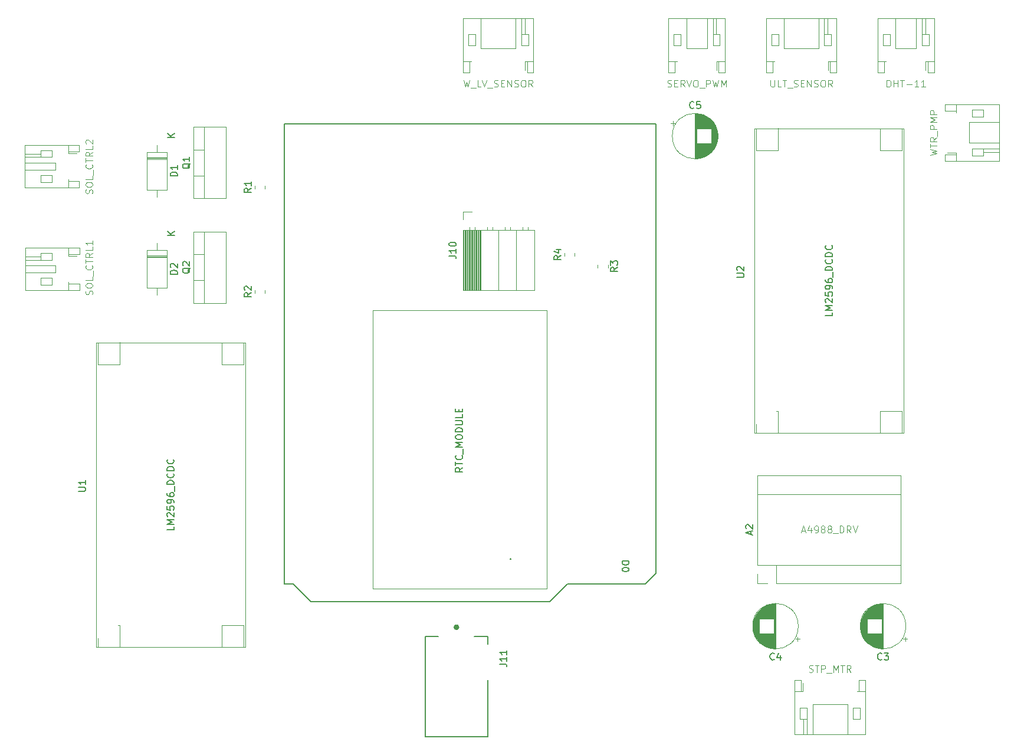
<source format=gto>
%TF.GenerationSoftware,KiCad,Pcbnew,8.0.0*%
%TF.CreationDate,2024-03-04T10:49:59+07:00*%
%TF.ProjectId,capstone,63617073-746f-46e6-952e-6b696361645f,rev?*%
%TF.SameCoordinates,Original*%
%TF.FileFunction,Legend,Top*%
%TF.FilePolarity,Positive*%
%FSLAX46Y46*%
G04 Gerber Fmt 4.6, Leading zero omitted, Abs format (unit mm)*
G04 Created by KiCad (PCBNEW 8.0.0) date 2024-03-04 10:49:59*
%MOMM*%
%LPD*%
G01*
G04 APERTURE LIST*
%ADD10C,0.100000*%
%ADD11C,0.150000*%
%ADD12C,0.110000*%
%ADD13C,0.120000*%
%ADD14C,0.127000*%
%ADD15C,0.400000*%
G04 APERTURE END LIST*
D10*
X143500000Y-81500000D02*
X168500000Y-81500000D01*
X168500000Y-121500000D01*
X143500000Y-121500000D01*
X143500000Y-81500000D01*
D11*
X156369819Y-104091792D02*
X155893628Y-104425125D01*
X156369819Y-104663220D02*
X155369819Y-104663220D01*
X155369819Y-104663220D02*
X155369819Y-104282268D01*
X155369819Y-104282268D02*
X155417438Y-104187030D01*
X155417438Y-104187030D02*
X155465057Y-104139411D01*
X155465057Y-104139411D02*
X155560295Y-104091792D01*
X155560295Y-104091792D02*
X155703152Y-104091792D01*
X155703152Y-104091792D02*
X155798390Y-104139411D01*
X155798390Y-104139411D02*
X155846009Y-104187030D01*
X155846009Y-104187030D02*
X155893628Y-104282268D01*
X155893628Y-104282268D02*
X155893628Y-104663220D01*
X155369819Y-103806077D02*
X155369819Y-103234649D01*
X156369819Y-103520363D02*
X155369819Y-103520363D01*
X156274580Y-102329887D02*
X156322200Y-102377506D01*
X156322200Y-102377506D02*
X156369819Y-102520363D01*
X156369819Y-102520363D02*
X156369819Y-102615601D01*
X156369819Y-102615601D02*
X156322200Y-102758458D01*
X156322200Y-102758458D02*
X156226961Y-102853696D01*
X156226961Y-102853696D02*
X156131723Y-102901315D01*
X156131723Y-102901315D02*
X155941247Y-102948934D01*
X155941247Y-102948934D02*
X155798390Y-102948934D01*
X155798390Y-102948934D02*
X155607914Y-102901315D01*
X155607914Y-102901315D02*
X155512676Y-102853696D01*
X155512676Y-102853696D02*
X155417438Y-102758458D01*
X155417438Y-102758458D02*
X155369819Y-102615601D01*
X155369819Y-102615601D02*
X155369819Y-102520363D01*
X155369819Y-102520363D02*
X155417438Y-102377506D01*
X155417438Y-102377506D02*
X155465057Y-102329887D01*
X156465057Y-102139411D02*
X156465057Y-101377506D01*
X156369819Y-101139410D02*
X155369819Y-101139410D01*
X155369819Y-101139410D02*
X156084104Y-100806077D01*
X156084104Y-100806077D02*
X155369819Y-100472744D01*
X155369819Y-100472744D02*
X156369819Y-100472744D01*
X155369819Y-99806077D02*
X155369819Y-99615601D01*
X155369819Y-99615601D02*
X155417438Y-99520363D01*
X155417438Y-99520363D02*
X155512676Y-99425125D01*
X155512676Y-99425125D02*
X155703152Y-99377506D01*
X155703152Y-99377506D02*
X156036485Y-99377506D01*
X156036485Y-99377506D02*
X156226961Y-99425125D01*
X156226961Y-99425125D02*
X156322200Y-99520363D01*
X156322200Y-99520363D02*
X156369819Y-99615601D01*
X156369819Y-99615601D02*
X156369819Y-99806077D01*
X156369819Y-99806077D02*
X156322200Y-99901315D01*
X156322200Y-99901315D02*
X156226961Y-99996553D01*
X156226961Y-99996553D02*
X156036485Y-100044172D01*
X156036485Y-100044172D02*
X155703152Y-100044172D01*
X155703152Y-100044172D02*
X155512676Y-99996553D01*
X155512676Y-99996553D02*
X155417438Y-99901315D01*
X155417438Y-99901315D02*
X155369819Y-99806077D01*
X156369819Y-98948934D02*
X155369819Y-98948934D01*
X155369819Y-98948934D02*
X155369819Y-98710839D01*
X155369819Y-98710839D02*
X155417438Y-98567982D01*
X155417438Y-98567982D02*
X155512676Y-98472744D01*
X155512676Y-98472744D02*
X155607914Y-98425125D01*
X155607914Y-98425125D02*
X155798390Y-98377506D01*
X155798390Y-98377506D02*
X155941247Y-98377506D01*
X155941247Y-98377506D02*
X156131723Y-98425125D01*
X156131723Y-98425125D02*
X156226961Y-98472744D01*
X156226961Y-98472744D02*
X156322200Y-98567982D01*
X156322200Y-98567982D02*
X156369819Y-98710839D01*
X156369819Y-98710839D02*
X156369819Y-98948934D01*
X155369819Y-97948934D02*
X156179342Y-97948934D01*
X156179342Y-97948934D02*
X156274580Y-97901315D01*
X156274580Y-97901315D02*
X156322200Y-97853696D01*
X156322200Y-97853696D02*
X156369819Y-97758458D01*
X156369819Y-97758458D02*
X156369819Y-97567982D01*
X156369819Y-97567982D02*
X156322200Y-97472744D01*
X156322200Y-97472744D02*
X156274580Y-97425125D01*
X156274580Y-97425125D02*
X156179342Y-97377506D01*
X156179342Y-97377506D02*
X155369819Y-97377506D01*
X156369819Y-96425125D02*
X156369819Y-96901315D01*
X156369819Y-96901315D02*
X155369819Y-96901315D01*
X155846009Y-96091791D02*
X155846009Y-95758458D01*
X156369819Y-95615601D02*
X156369819Y-96091791D01*
X156369819Y-96091791D02*
X155369819Y-96091791D01*
X155369819Y-96091791D02*
X155369819Y-95615601D01*
D10*
X103214856Y-79243734D02*
X103262475Y-79100877D01*
X103262475Y-79100877D02*
X103262475Y-78862782D01*
X103262475Y-78862782D02*
X103214856Y-78767544D01*
X103214856Y-78767544D02*
X103167236Y-78719925D01*
X103167236Y-78719925D02*
X103071998Y-78672306D01*
X103071998Y-78672306D02*
X102976760Y-78672306D01*
X102976760Y-78672306D02*
X102881522Y-78719925D01*
X102881522Y-78719925D02*
X102833903Y-78767544D01*
X102833903Y-78767544D02*
X102786284Y-78862782D01*
X102786284Y-78862782D02*
X102738665Y-79053258D01*
X102738665Y-79053258D02*
X102691046Y-79148496D01*
X102691046Y-79148496D02*
X102643427Y-79196115D01*
X102643427Y-79196115D02*
X102548189Y-79243734D01*
X102548189Y-79243734D02*
X102452951Y-79243734D01*
X102452951Y-79243734D02*
X102357713Y-79196115D01*
X102357713Y-79196115D02*
X102310094Y-79148496D01*
X102310094Y-79148496D02*
X102262475Y-79053258D01*
X102262475Y-79053258D02*
X102262475Y-78815163D01*
X102262475Y-78815163D02*
X102310094Y-78672306D01*
X102262475Y-78053258D02*
X102262475Y-77862782D01*
X102262475Y-77862782D02*
X102310094Y-77767544D01*
X102310094Y-77767544D02*
X102405332Y-77672306D01*
X102405332Y-77672306D02*
X102595808Y-77624687D01*
X102595808Y-77624687D02*
X102929141Y-77624687D01*
X102929141Y-77624687D02*
X103119617Y-77672306D01*
X103119617Y-77672306D02*
X103214856Y-77767544D01*
X103214856Y-77767544D02*
X103262475Y-77862782D01*
X103262475Y-77862782D02*
X103262475Y-78053258D01*
X103262475Y-78053258D02*
X103214856Y-78148496D01*
X103214856Y-78148496D02*
X103119617Y-78243734D01*
X103119617Y-78243734D02*
X102929141Y-78291353D01*
X102929141Y-78291353D02*
X102595808Y-78291353D01*
X102595808Y-78291353D02*
X102405332Y-78243734D01*
X102405332Y-78243734D02*
X102310094Y-78148496D01*
X102310094Y-78148496D02*
X102262475Y-78053258D01*
X103262475Y-76719925D02*
X103262475Y-77196115D01*
X103262475Y-77196115D02*
X102262475Y-77196115D01*
X103357713Y-76624687D02*
X103357713Y-75862782D01*
X103167236Y-75053258D02*
X103214856Y-75100877D01*
X103214856Y-75100877D02*
X103262475Y-75243734D01*
X103262475Y-75243734D02*
X103262475Y-75338972D01*
X103262475Y-75338972D02*
X103214856Y-75481829D01*
X103214856Y-75481829D02*
X103119617Y-75577067D01*
X103119617Y-75577067D02*
X103024379Y-75624686D01*
X103024379Y-75624686D02*
X102833903Y-75672305D01*
X102833903Y-75672305D02*
X102691046Y-75672305D01*
X102691046Y-75672305D02*
X102500570Y-75624686D01*
X102500570Y-75624686D02*
X102405332Y-75577067D01*
X102405332Y-75577067D02*
X102310094Y-75481829D01*
X102310094Y-75481829D02*
X102262475Y-75338972D01*
X102262475Y-75338972D02*
X102262475Y-75243734D01*
X102262475Y-75243734D02*
X102310094Y-75100877D01*
X102310094Y-75100877D02*
X102357713Y-75053258D01*
X102262475Y-74767543D02*
X102262475Y-74196115D01*
X103262475Y-74481829D02*
X102262475Y-74481829D01*
X103262475Y-73291353D02*
X102786284Y-73624686D01*
X103262475Y-73862781D02*
X102262475Y-73862781D01*
X102262475Y-73862781D02*
X102262475Y-73481829D01*
X102262475Y-73481829D02*
X102310094Y-73386591D01*
X102310094Y-73386591D02*
X102357713Y-73338972D01*
X102357713Y-73338972D02*
X102452951Y-73291353D01*
X102452951Y-73291353D02*
X102595808Y-73291353D01*
X102595808Y-73291353D02*
X102691046Y-73338972D01*
X102691046Y-73338972D02*
X102738665Y-73386591D01*
X102738665Y-73386591D02*
X102786284Y-73481829D01*
X102786284Y-73481829D02*
X102786284Y-73862781D01*
X103262475Y-72386591D02*
X103262475Y-72862781D01*
X103262475Y-72862781D02*
X102262475Y-72862781D01*
X103262475Y-71529448D02*
X103262475Y-72100876D01*
X103262475Y-71815162D02*
X102262475Y-71815162D01*
X102262475Y-71815162D02*
X102405332Y-71910400D01*
X102405332Y-71910400D02*
X102500570Y-72005638D01*
X102500570Y-72005638D02*
X102548189Y-72100876D01*
X103224800Y-64743734D02*
X103272419Y-64600877D01*
X103272419Y-64600877D02*
X103272419Y-64362782D01*
X103272419Y-64362782D02*
X103224800Y-64267544D01*
X103224800Y-64267544D02*
X103177180Y-64219925D01*
X103177180Y-64219925D02*
X103081942Y-64172306D01*
X103081942Y-64172306D02*
X102986704Y-64172306D01*
X102986704Y-64172306D02*
X102891466Y-64219925D01*
X102891466Y-64219925D02*
X102843847Y-64267544D01*
X102843847Y-64267544D02*
X102796228Y-64362782D01*
X102796228Y-64362782D02*
X102748609Y-64553258D01*
X102748609Y-64553258D02*
X102700990Y-64648496D01*
X102700990Y-64648496D02*
X102653371Y-64696115D01*
X102653371Y-64696115D02*
X102558133Y-64743734D01*
X102558133Y-64743734D02*
X102462895Y-64743734D01*
X102462895Y-64743734D02*
X102367657Y-64696115D01*
X102367657Y-64696115D02*
X102320038Y-64648496D01*
X102320038Y-64648496D02*
X102272419Y-64553258D01*
X102272419Y-64553258D02*
X102272419Y-64315163D01*
X102272419Y-64315163D02*
X102320038Y-64172306D01*
X102272419Y-63553258D02*
X102272419Y-63362782D01*
X102272419Y-63362782D02*
X102320038Y-63267544D01*
X102320038Y-63267544D02*
X102415276Y-63172306D01*
X102415276Y-63172306D02*
X102605752Y-63124687D01*
X102605752Y-63124687D02*
X102939085Y-63124687D01*
X102939085Y-63124687D02*
X103129561Y-63172306D01*
X103129561Y-63172306D02*
X103224800Y-63267544D01*
X103224800Y-63267544D02*
X103272419Y-63362782D01*
X103272419Y-63362782D02*
X103272419Y-63553258D01*
X103272419Y-63553258D02*
X103224800Y-63648496D01*
X103224800Y-63648496D02*
X103129561Y-63743734D01*
X103129561Y-63743734D02*
X102939085Y-63791353D01*
X102939085Y-63791353D02*
X102605752Y-63791353D01*
X102605752Y-63791353D02*
X102415276Y-63743734D01*
X102415276Y-63743734D02*
X102320038Y-63648496D01*
X102320038Y-63648496D02*
X102272419Y-63553258D01*
X103272419Y-62219925D02*
X103272419Y-62696115D01*
X103272419Y-62696115D02*
X102272419Y-62696115D01*
X103367657Y-62124687D02*
X103367657Y-61362782D01*
X103177180Y-60553258D02*
X103224800Y-60600877D01*
X103224800Y-60600877D02*
X103272419Y-60743734D01*
X103272419Y-60743734D02*
X103272419Y-60838972D01*
X103272419Y-60838972D02*
X103224800Y-60981829D01*
X103224800Y-60981829D02*
X103129561Y-61077067D01*
X103129561Y-61077067D02*
X103034323Y-61124686D01*
X103034323Y-61124686D02*
X102843847Y-61172305D01*
X102843847Y-61172305D02*
X102700990Y-61172305D01*
X102700990Y-61172305D02*
X102510514Y-61124686D01*
X102510514Y-61124686D02*
X102415276Y-61077067D01*
X102415276Y-61077067D02*
X102320038Y-60981829D01*
X102320038Y-60981829D02*
X102272419Y-60838972D01*
X102272419Y-60838972D02*
X102272419Y-60743734D01*
X102272419Y-60743734D02*
X102320038Y-60600877D01*
X102320038Y-60600877D02*
X102367657Y-60553258D01*
X102272419Y-60267543D02*
X102272419Y-59696115D01*
X103272419Y-59981829D02*
X102272419Y-59981829D01*
X103272419Y-58791353D02*
X102796228Y-59124686D01*
X103272419Y-59362781D02*
X102272419Y-59362781D01*
X102272419Y-59362781D02*
X102272419Y-58981829D01*
X102272419Y-58981829D02*
X102320038Y-58886591D01*
X102320038Y-58886591D02*
X102367657Y-58838972D01*
X102367657Y-58838972D02*
X102462895Y-58791353D01*
X102462895Y-58791353D02*
X102605752Y-58791353D01*
X102605752Y-58791353D02*
X102700990Y-58838972D01*
X102700990Y-58838972D02*
X102748609Y-58886591D01*
X102748609Y-58886591D02*
X102796228Y-58981829D01*
X102796228Y-58981829D02*
X102796228Y-59362781D01*
X103272419Y-57886591D02*
X103272419Y-58362781D01*
X103272419Y-58362781D02*
X102272419Y-58362781D01*
X102367657Y-57600876D02*
X102320038Y-57553257D01*
X102320038Y-57553257D02*
X102272419Y-57458019D01*
X102272419Y-57458019D02*
X102272419Y-57219924D01*
X102272419Y-57219924D02*
X102320038Y-57124686D01*
X102320038Y-57124686D02*
X102367657Y-57077067D01*
X102367657Y-57077067D02*
X102462895Y-57029448D01*
X102462895Y-57029448D02*
X102558133Y-57029448D01*
X102558133Y-57029448D02*
X102700990Y-57077067D01*
X102700990Y-57077067D02*
X103272419Y-57648495D01*
X103272419Y-57648495D02*
X103272419Y-57029448D01*
D11*
X178604819Y-75366666D02*
X178128628Y-75699999D01*
X178604819Y-75938094D02*
X177604819Y-75938094D01*
X177604819Y-75938094D02*
X177604819Y-75557142D01*
X177604819Y-75557142D02*
X177652438Y-75461904D01*
X177652438Y-75461904D02*
X177700057Y-75414285D01*
X177700057Y-75414285D02*
X177795295Y-75366666D01*
X177795295Y-75366666D02*
X177938152Y-75366666D01*
X177938152Y-75366666D02*
X178033390Y-75414285D01*
X178033390Y-75414285D02*
X178081009Y-75461904D01*
X178081009Y-75461904D02*
X178128628Y-75557142D01*
X178128628Y-75557142D02*
X178128628Y-75938094D01*
X177604819Y-75033332D02*
X177604819Y-74414285D01*
X177604819Y-74414285D02*
X177985771Y-74747618D01*
X177985771Y-74747618D02*
X177985771Y-74604761D01*
X177985771Y-74604761D02*
X178033390Y-74509523D01*
X178033390Y-74509523D02*
X178081009Y-74461904D01*
X178081009Y-74461904D02*
X178176247Y-74414285D01*
X178176247Y-74414285D02*
X178414342Y-74414285D01*
X178414342Y-74414285D02*
X178509580Y-74461904D01*
X178509580Y-74461904D02*
X178557200Y-74509523D01*
X178557200Y-74509523D02*
X178604819Y-74604761D01*
X178604819Y-74604761D02*
X178604819Y-74890475D01*
X178604819Y-74890475D02*
X178557200Y-74985713D01*
X178557200Y-74985713D02*
X178509580Y-75033332D01*
X161724990Y-132297245D02*
X162439866Y-132297245D01*
X162439866Y-132297245D02*
X162582842Y-132344903D01*
X162582842Y-132344903D02*
X162678159Y-132440220D01*
X162678159Y-132440220D02*
X162725817Y-132583195D01*
X162725817Y-132583195D02*
X162725817Y-132678512D01*
X162725817Y-131296418D02*
X162725817Y-131868319D01*
X162725817Y-131582368D02*
X161724990Y-131582368D01*
X161724990Y-131582368D02*
X161867965Y-131677685D01*
X161867965Y-131677685D02*
X161963282Y-131773002D01*
X161963282Y-131773002D02*
X162010941Y-131868319D01*
X162725817Y-130343249D02*
X162725817Y-130915150D01*
X162725817Y-130629199D02*
X161724990Y-130629199D01*
X161724990Y-130629199D02*
X161867965Y-130724516D01*
X161867965Y-130724516D02*
X161963282Y-130819833D01*
X161963282Y-130819833D02*
X162010941Y-130915150D01*
D10*
X156523809Y-48457419D02*
X156761904Y-49457419D01*
X156761904Y-49457419D02*
X156952380Y-48743133D01*
X156952380Y-48743133D02*
X157142856Y-49457419D01*
X157142856Y-49457419D02*
X157380952Y-48457419D01*
X157523809Y-49552657D02*
X158285713Y-49552657D01*
X158999999Y-49457419D02*
X158523809Y-49457419D01*
X158523809Y-49457419D02*
X158523809Y-48457419D01*
X159190476Y-48457419D02*
X159523809Y-49457419D01*
X159523809Y-49457419D02*
X159857142Y-48457419D01*
X159952381Y-49552657D02*
X160714285Y-49552657D01*
X160904762Y-49409800D02*
X161047619Y-49457419D01*
X161047619Y-49457419D02*
X161285714Y-49457419D01*
X161285714Y-49457419D02*
X161380952Y-49409800D01*
X161380952Y-49409800D02*
X161428571Y-49362180D01*
X161428571Y-49362180D02*
X161476190Y-49266942D01*
X161476190Y-49266942D02*
X161476190Y-49171704D01*
X161476190Y-49171704D02*
X161428571Y-49076466D01*
X161428571Y-49076466D02*
X161380952Y-49028847D01*
X161380952Y-49028847D02*
X161285714Y-48981228D01*
X161285714Y-48981228D02*
X161095238Y-48933609D01*
X161095238Y-48933609D02*
X161000000Y-48885990D01*
X161000000Y-48885990D02*
X160952381Y-48838371D01*
X160952381Y-48838371D02*
X160904762Y-48743133D01*
X160904762Y-48743133D02*
X160904762Y-48647895D01*
X160904762Y-48647895D02*
X160952381Y-48552657D01*
X160952381Y-48552657D02*
X161000000Y-48505038D01*
X161000000Y-48505038D02*
X161095238Y-48457419D01*
X161095238Y-48457419D02*
X161333333Y-48457419D01*
X161333333Y-48457419D02*
X161476190Y-48505038D01*
X161904762Y-48933609D02*
X162238095Y-48933609D01*
X162380952Y-49457419D02*
X161904762Y-49457419D01*
X161904762Y-49457419D02*
X161904762Y-48457419D01*
X161904762Y-48457419D02*
X162380952Y-48457419D01*
X162809524Y-49457419D02*
X162809524Y-48457419D01*
X162809524Y-48457419D02*
X163380952Y-49457419D01*
X163380952Y-49457419D02*
X163380952Y-48457419D01*
X163809524Y-49409800D02*
X163952381Y-49457419D01*
X163952381Y-49457419D02*
X164190476Y-49457419D01*
X164190476Y-49457419D02*
X164285714Y-49409800D01*
X164285714Y-49409800D02*
X164333333Y-49362180D01*
X164333333Y-49362180D02*
X164380952Y-49266942D01*
X164380952Y-49266942D02*
X164380952Y-49171704D01*
X164380952Y-49171704D02*
X164333333Y-49076466D01*
X164333333Y-49076466D02*
X164285714Y-49028847D01*
X164285714Y-49028847D02*
X164190476Y-48981228D01*
X164190476Y-48981228D02*
X164000000Y-48933609D01*
X164000000Y-48933609D02*
X163904762Y-48885990D01*
X163904762Y-48885990D02*
X163857143Y-48838371D01*
X163857143Y-48838371D02*
X163809524Y-48743133D01*
X163809524Y-48743133D02*
X163809524Y-48647895D01*
X163809524Y-48647895D02*
X163857143Y-48552657D01*
X163857143Y-48552657D02*
X163904762Y-48505038D01*
X163904762Y-48505038D02*
X164000000Y-48457419D01*
X164000000Y-48457419D02*
X164238095Y-48457419D01*
X164238095Y-48457419D02*
X164380952Y-48505038D01*
X165000000Y-48457419D02*
X165190476Y-48457419D01*
X165190476Y-48457419D02*
X165285714Y-48505038D01*
X165285714Y-48505038D02*
X165380952Y-48600276D01*
X165380952Y-48600276D02*
X165428571Y-48790752D01*
X165428571Y-48790752D02*
X165428571Y-49124085D01*
X165428571Y-49124085D02*
X165380952Y-49314561D01*
X165380952Y-49314561D02*
X165285714Y-49409800D01*
X165285714Y-49409800D02*
X165190476Y-49457419D01*
X165190476Y-49457419D02*
X165000000Y-49457419D01*
X165000000Y-49457419D02*
X164904762Y-49409800D01*
X164904762Y-49409800D02*
X164809524Y-49314561D01*
X164809524Y-49314561D02*
X164761905Y-49124085D01*
X164761905Y-49124085D02*
X164761905Y-48790752D01*
X164761905Y-48790752D02*
X164809524Y-48600276D01*
X164809524Y-48600276D02*
X164904762Y-48505038D01*
X164904762Y-48505038D02*
X165000000Y-48457419D01*
X166428571Y-49457419D02*
X166095238Y-48981228D01*
X165857143Y-49457419D02*
X165857143Y-48457419D01*
X165857143Y-48457419D02*
X166238095Y-48457419D01*
X166238095Y-48457419D02*
X166333333Y-48505038D01*
X166333333Y-48505038D02*
X166380952Y-48552657D01*
X166380952Y-48552657D02*
X166428571Y-48647895D01*
X166428571Y-48647895D02*
X166428571Y-48790752D01*
X166428571Y-48790752D02*
X166380952Y-48885990D01*
X166380952Y-48885990D02*
X166333333Y-48933609D01*
X166333333Y-48933609D02*
X166238095Y-48981228D01*
X166238095Y-48981228D02*
X165857143Y-48981228D01*
D11*
X189583333Y-52459580D02*
X189535714Y-52507200D01*
X189535714Y-52507200D02*
X189392857Y-52554819D01*
X189392857Y-52554819D02*
X189297619Y-52554819D01*
X189297619Y-52554819D02*
X189154762Y-52507200D01*
X189154762Y-52507200D02*
X189059524Y-52411961D01*
X189059524Y-52411961D02*
X189011905Y-52316723D01*
X189011905Y-52316723D02*
X188964286Y-52126247D01*
X188964286Y-52126247D02*
X188964286Y-51983390D01*
X188964286Y-51983390D02*
X189011905Y-51792914D01*
X189011905Y-51792914D02*
X189059524Y-51697676D01*
X189059524Y-51697676D02*
X189154762Y-51602438D01*
X189154762Y-51602438D02*
X189297619Y-51554819D01*
X189297619Y-51554819D02*
X189392857Y-51554819D01*
X189392857Y-51554819D02*
X189535714Y-51602438D01*
X189535714Y-51602438D02*
X189583333Y-51650057D01*
X190488095Y-51554819D02*
X190011905Y-51554819D01*
X190011905Y-51554819D02*
X189964286Y-52031009D01*
X189964286Y-52031009D02*
X190011905Y-51983390D01*
X190011905Y-51983390D02*
X190107143Y-51935771D01*
X190107143Y-51935771D02*
X190345238Y-51935771D01*
X190345238Y-51935771D02*
X190440476Y-51983390D01*
X190440476Y-51983390D02*
X190488095Y-52031009D01*
X190488095Y-52031009D02*
X190535714Y-52126247D01*
X190535714Y-52126247D02*
X190535714Y-52364342D01*
X190535714Y-52364342D02*
X190488095Y-52459580D01*
X190488095Y-52459580D02*
X190440476Y-52507200D01*
X190440476Y-52507200D02*
X190345238Y-52554819D01*
X190345238Y-52554819D02*
X190107143Y-52554819D01*
X190107143Y-52554819D02*
X190011905Y-52507200D01*
X190011905Y-52507200D02*
X189964286Y-52459580D01*
D10*
X206110000Y-133409800D02*
X206252857Y-133457419D01*
X206252857Y-133457419D02*
X206490952Y-133457419D01*
X206490952Y-133457419D02*
X206586190Y-133409800D01*
X206586190Y-133409800D02*
X206633809Y-133362180D01*
X206633809Y-133362180D02*
X206681428Y-133266942D01*
X206681428Y-133266942D02*
X206681428Y-133171704D01*
X206681428Y-133171704D02*
X206633809Y-133076466D01*
X206633809Y-133076466D02*
X206586190Y-133028847D01*
X206586190Y-133028847D02*
X206490952Y-132981228D01*
X206490952Y-132981228D02*
X206300476Y-132933609D01*
X206300476Y-132933609D02*
X206205238Y-132885990D01*
X206205238Y-132885990D02*
X206157619Y-132838371D01*
X206157619Y-132838371D02*
X206110000Y-132743133D01*
X206110000Y-132743133D02*
X206110000Y-132647895D01*
X206110000Y-132647895D02*
X206157619Y-132552657D01*
X206157619Y-132552657D02*
X206205238Y-132505038D01*
X206205238Y-132505038D02*
X206300476Y-132457419D01*
X206300476Y-132457419D02*
X206538571Y-132457419D01*
X206538571Y-132457419D02*
X206681428Y-132505038D01*
X206967143Y-132457419D02*
X207538571Y-132457419D01*
X207252857Y-133457419D02*
X207252857Y-132457419D01*
X207871905Y-133457419D02*
X207871905Y-132457419D01*
X207871905Y-132457419D02*
X208252857Y-132457419D01*
X208252857Y-132457419D02*
X208348095Y-132505038D01*
X208348095Y-132505038D02*
X208395714Y-132552657D01*
X208395714Y-132552657D02*
X208443333Y-132647895D01*
X208443333Y-132647895D02*
X208443333Y-132790752D01*
X208443333Y-132790752D02*
X208395714Y-132885990D01*
X208395714Y-132885990D02*
X208348095Y-132933609D01*
X208348095Y-132933609D02*
X208252857Y-132981228D01*
X208252857Y-132981228D02*
X207871905Y-132981228D01*
X208633810Y-133552657D02*
X209395714Y-133552657D01*
X209633810Y-133457419D02*
X209633810Y-132457419D01*
X209633810Y-132457419D02*
X209967143Y-133171704D01*
X209967143Y-133171704D02*
X210300476Y-132457419D01*
X210300476Y-132457419D02*
X210300476Y-133457419D01*
X210633810Y-132457419D02*
X211205238Y-132457419D01*
X210919524Y-133457419D02*
X210919524Y-132457419D01*
X212110000Y-133457419D02*
X211776667Y-132981228D01*
X211538572Y-133457419D02*
X211538572Y-132457419D01*
X211538572Y-132457419D02*
X211919524Y-132457419D01*
X211919524Y-132457419D02*
X212014762Y-132505038D01*
X212014762Y-132505038D02*
X212062381Y-132552657D01*
X212062381Y-132552657D02*
X212110000Y-132647895D01*
X212110000Y-132647895D02*
X212110000Y-132790752D01*
X212110000Y-132790752D02*
X212062381Y-132885990D01*
X212062381Y-132885990D02*
X212014762Y-132933609D01*
X212014762Y-132933609D02*
X211919524Y-132981228D01*
X211919524Y-132981228D02*
X211538572Y-132981228D01*
D11*
X117280057Y-75425238D02*
X117232438Y-75520476D01*
X117232438Y-75520476D02*
X117137200Y-75615714D01*
X117137200Y-75615714D02*
X116994342Y-75758571D01*
X116994342Y-75758571D02*
X116946723Y-75853809D01*
X116946723Y-75853809D02*
X116946723Y-75949047D01*
X117184819Y-75901428D02*
X117137200Y-75996666D01*
X117137200Y-75996666D02*
X117041961Y-76091904D01*
X117041961Y-76091904D02*
X116851485Y-76139523D01*
X116851485Y-76139523D02*
X116518152Y-76139523D01*
X116518152Y-76139523D02*
X116327676Y-76091904D01*
X116327676Y-76091904D02*
X116232438Y-75996666D01*
X116232438Y-75996666D02*
X116184819Y-75901428D01*
X116184819Y-75901428D02*
X116184819Y-75710952D01*
X116184819Y-75710952D02*
X116232438Y-75615714D01*
X116232438Y-75615714D02*
X116327676Y-75520476D01*
X116327676Y-75520476D02*
X116518152Y-75472857D01*
X116518152Y-75472857D02*
X116851485Y-75472857D01*
X116851485Y-75472857D02*
X117041961Y-75520476D01*
X117041961Y-75520476D02*
X117137200Y-75615714D01*
X117137200Y-75615714D02*
X117184819Y-75710952D01*
X117184819Y-75710952D02*
X117184819Y-75901428D01*
X116280057Y-75091904D02*
X116232438Y-75044285D01*
X116232438Y-75044285D02*
X116184819Y-74949047D01*
X116184819Y-74949047D02*
X116184819Y-74710952D01*
X116184819Y-74710952D02*
X116232438Y-74615714D01*
X116232438Y-74615714D02*
X116280057Y-74568095D01*
X116280057Y-74568095D02*
X116375295Y-74520476D01*
X116375295Y-74520476D02*
X116470533Y-74520476D01*
X116470533Y-74520476D02*
X116613390Y-74568095D01*
X116613390Y-74568095D02*
X117184819Y-75139523D01*
X117184819Y-75139523D02*
X117184819Y-74520476D01*
X170504819Y-73666666D02*
X170028628Y-73999999D01*
X170504819Y-74238094D02*
X169504819Y-74238094D01*
X169504819Y-74238094D02*
X169504819Y-73857142D01*
X169504819Y-73857142D02*
X169552438Y-73761904D01*
X169552438Y-73761904D02*
X169600057Y-73714285D01*
X169600057Y-73714285D02*
X169695295Y-73666666D01*
X169695295Y-73666666D02*
X169838152Y-73666666D01*
X169838152Y-73666666D02*
X169933390Y-73714285D01*
X169933390Y-73714285D02*
X169981009Y-73761904D01*
X169981009Y-73761904D02*
X170028628Y-73857142D01*
X170028628Y-73857142D02*
X170028628Y-74238094D01*
X169838152Y-72809523D02*
X170504819Y-72809523D01*
X169457200Y-73047618D02*
X170171485Y-73285713D01*
X170171485Y-73285713D02*
X170171485Y-72666666D01*
X179270180Y-117481786D02*
X180270180Y-117481786D01*
X180270180Y-117481786D02*
X180270180Y-117719881D01*
X180270180Y-117719881D02*
X180222561Y-117862738D01*
X180222561Y-117862738D02*
X180127323Y-117957976D01*
X180127323Y-117957976D02*
X180032085Y-118005595D01*
X180032085Y-118005595D02*
X179841609Y-118053214D01*
X179841609Y-118053214D02*
X179698752Y-118053214D01*
X179698752Y-118053214D02*
X179508276Y-118005595D01*
X179508276Y-118005595D02*
X179413038Y-117957976D01*
X179413038Y-117957976D02*
X179317800Y-117862738D01*
X179317800Y-117862738D02*
X179270180Y-117719881D01*
X179270180Y-117719881D02*
X179270180Y-117481786D01*
X180270180Y-118672262D02*
X180270180Y-118767500D01*
X180270180Y-118767500D02*
X180222561Y-118862738D01*
X180222561Y-118862738D02*
X180174942Y-118910357D01*
X180174942Y-118910357D02*
X180079704Y-118957976D01*
X180079704Y-118957976D02*
X179889228Y-119005595D01*
X179889228Y-119005595D02*
X179651133Y-119005595D01*
X179651133Y-119005595D02*
X179460657Y-118957976D01*
X179460657Y-118957976D02*
X179365419Y-118910357D01*
X179365419Y-118910357D02*
X179317800Y-118862738D01*
X179317800Y-118862738D02*
X179270180Y-118767500D01*
X179270180Y-118767500D02*
X179270180Y-118672262D01*
X179270180Y-118672262D02*
X179317800Y-118577024D01*
X179317800Y-118577024D02*
X179365419Y-118529405D01*
X179365419Y-118529405D02*
X179460657Y-118481786D01*
X179460657Y-118481786D02*
X179651133Y-118434167D01*
X179651133Y-118434167D02*
X179889228Y-118434167D01*
X179889228Y-118434167D02*
X180079704Y-118481786D01*
X180079704Y-118481786D02*
X180174942Y-118529405D01*
X180174942Y-118529405D02*
X180222561Y-118577024D01*
X180222561Y-118577024D02*
X180270180Y-118672262D01*
X163193580Y-117203880D02*
X163241200Y-117156261D01*
X163241200Y-117156261D02*
X163288819Y-117203880D01*
X163288819Y-117203880D02*
X163241200Y-117251499D01*
X163241200Y-117251499D02*
X163193580Y-117203880D01*
X163193580Y-117203880D02*
X163288819Y-117203880D01*
X201125713Y-131609580D02*
X201078094Y-131657200D01*
X201078094Y-131657200D02*
X200935237Y-131704819D01*
X200935237Y-131704819D02*
X200839999Y-131704819D01*
X200839999Y-131704819D02*
X200697142Y-131657200D01*
X200697142Y-131657200D02*
X200601904Y-131561961D01*
X200601904Y-131561961D02*
X200554285Y-131466723D01*
X200554285Y-131466723D02*
X200506666Y-131276247D01*
X200506666Y-131276247D02*
X200506666Y-131133390D01*
X200506666Y-131133390D02*
X200554285Y-130942914D01*
X200554285Y-130942914D02*
X200601904Y-130847676D01*
X200601904Y-130847676D02*
X200697142Y-130752438D01*
X200697142Y-130752438D02*
X200839999Y-130704819D01*
X200839999Y-130704819D02*
X200935237Y-130704819D01*
X200935237Y-130704819D02*
X201078094Y-130752438D01*
X201078094Y-130752438D02*
X201125713Y-130800057D01*
X201982856Y-131038152D02*
X201982856Y-131704819D01*
X201744761Y-130657200D02*
X201506666Y-131371485D01*
X201506666Y-131371485D02*
X202125713Y-131371485D01*
X115424819Y-76318094D02*
X114424819Y-76318094D01*
X114424819Y-76318094D02*
X114424819Y-76079999D01*
X114424819Y-76079999D02*
X114472438Y-75937142D01*
X114472438Y-75937142D02*
X114567676Y-75841904D01*
X114567676Y-75841904D02*
X114662914Y-75794285D01*
X114662914Y-75794285D02*
X114853390Y-75746666D01*
X114853390Y-75746666D02*
X114996247Y-75746666D01*
X114996247Y-75746666D02*
X115186723Y-75794285D01*
X115186723Y-75794285D02*
X115281961Y-75841904D01*
X115281961Y-75841904D02*
X115377200Y-75937142D01*
X115377200Y-75937142D02*
X115424819Y-76079999D01*
X115424819Y-76079999D02*
X115424819Y-76318094D01*
X114520057Y-75365713D02*
X114472438Y-75318094D01*
X114472438Y-75318094D02*
X114424819Y-75222856D01*
X114424819Y-75222856D02*
X114424819Y-74984761D01*
X114424819Y-74984761D02*
X114472438Y-74889523D01*
X114472438Y-74889523D02*
X114520057Y-74841904D01*
X114520057Y-74841904D02*
X114615295Y-74794285D01*
X114615295Y-74794285D02*
X114710533Y-74794285D01*
X114710533Y-74794285D02*
X114853390Y-74841904D01*
X114853390Y-74841904D02*
X115424819Y-75413332D01*
X115424819Y-75413332D02*
X115424819Y-74794285D01*
X115054819Y-70761904D02*
X114054819Y-70761904D01*
X115054819Y-70190476D02*
X114483390Y-70619047D01*
X114054819Y-70190476D02*
X114626247Y-70761904D01*
X126054819Y-78996666D02*
X125578628Y-79329999D01*
X126054819Y-79568094D02*
X125054819Y-79568094D01*
X125054819Y-79568094D02*
X125054819Y-79187142D01*
X125054819Y-79187142D02*
X125102438Y-79091904D01*
X125102438Y-79091904D02*
X125150057Y-79044285D01*
X125150057Y-79044285D02*
X125245295Y-78996666D01*
X125245295Y-78996666D02*
X125388152Y-78996666D01*
X125388152Y-78996666D02*
X125483390Y-79044285D01*
X125483390Y-79044285D02*
X125531009Y-79091904D01*
X125531009Y-79091904D02*
X125578628Y-79187142D01*
X125578628Y-79187142D02*
X125578628Y-79568094D01*
X125150057Y-78615713D02*
X125102438Y-78568094D01*
X125102438Y-78568094D02*
X125054819Y-78472856D01*
X125054819Y-78472856D02*
X125054819Y-78234761D01*
X125054819Y-78234761D02*
X125102438Y-78139523D01*
X125102438Y-78139523D02*
X125150057Y-78091904D01*
X125150057Y-78091904D02*
X125245295Y-78044285D01*
X125245295Y-78044285D02*
X125340533Y-78044285D01*
X125340533Y-78044285D02*
X125483390Y-78091904D01*
X125483390Y-78091904D02*
X126054819Y-78663332D01*
X126054819Y-78663332D02*
X126054819Y-78044285D01*
X126054819Y-63996666D02*
X125578628Y-64329999D01*
X126054819Y-64568094D02*
X125054819Y-64568094D01*
X125054819Y-64568094D02*
X125054819Y-64187142D01*
X125054819Y-64187142D02*
X125102438Y-64091904D01*
X125102438Y-64091904D02*
X125150057Y-64044285D01*
X125150057Y-64044285D02*
X125245295Y-63996666D01*
X125245295Y-63996666D02*
X125388152Y-63996666D01*
X125388152Y-63996666D02*
X125483390Y-64044285D01*
X125483390Y-64044285D02*
X125531009Y-64091904D01*
X125531009Y-64091904D02*
X125578628Y-64187142D01*
X125578628Y-64187142D02*
X125578628Y-64568094D01*
X126054819Y-63044285D02*
X126054819Y-63615713D01*
X126054819Y-63329999D02*
X125054819Y-63329999D01*
X125054819Y-63329999D02*
X125197676Y-63425237D01*
X125197676Y-63425237D02*
X125292914Y-63520475D01*
X125292914Y-63520475D02*
X125340533Y-63615713D01*
X195754819Y-76771904D02*
X196564342Y-76771904D01*
X196564342Y-76771904D02*
X196659580Y-76724285D01*
X196659580Y-76724285D02*
X196707200Y-76676666D01*
X196707200Y-76676666D02*
X196754819Y-76581428D01*
X196754819Y-76581428D02*
X196754819Y-76390952D01*
X196754819Y-76390952D02*
X196707200Y-76295714D01*
X196707200Y-76295714D02*
X196659580Y-76248095D01*
X196659580Y-76248095D02*
X196564342Y-76200476D01*
X196564342Y-76200476D02*
X195754819Y-76200476D01*
X195850057Y-75771904D02*
X195802438Y-75724285D01*
X195802438Y-75724285D02*
X195754819Y-75629047D01*
X195754819Y-75629047D02*
X195754819Y-75390952D01*
X195754819Y-75390952D02*
X195802438Y-75295714D01*
X195802438Y-75295714D02*
X195850057Y-75248095D01*
X195850057Y-75248095D02*
X195945295Y-75200476D01*
X195945295Y-75200476D02*
X196040533Y-75200476D01*
X196040533Y-75200476D02*
X196183390Y-75248095D01*
X196183390Y-75248095D02*
X196754819Y-75819523D01*
X196754819Y-75819523D02*
X196754819Y-75200476D01*
X209454819Y-81827619D02*
X209454819Y-82303809D01*
X209454819Y-82303809D02*
X208454819Y-82303809D01*
X209454819Y-81494285D02*
X208454819Y-81494285D01*
X208454819Y-81494285D02*
X209169104Y-81160952D01*
X209169104Y-81160952D02*
X208454819Y-80827619D01*
X208454819Y-80827619D02*
X209454819Y-80827619D01*
X208550057Y-80399047D02*
X208502438Y-80351428D01*
X208502438Y-80351428D02*
X208454819Y-80256190D01*
X208454819Y-80256190D02*
X208454819Y-80018095D01*
X208454819Y-80018095D02*
X208502438Y-79922857D01*
X208502438Y-79922857D02*
X208550057Y-79875238D01*
X208550057Y-79875238D02*
X208645295Y-79827619D01*
X208645295Y-79827619D02*
X208740533Y-79827619D01*
X208740533Y-79827619D02*
X208883390Y-79875238D01*
X208883390Y-79875238D02*
X209454819Y-80446666D01*
X209454819Y-80446666D02*
X209454819Y-79827619D01*
X208454819Y-78922857D02*
X208454819Y-79399047D01*
X208454819Y-79399047D02*
X208931009Y-79446666D01*
X208931009Y-79446666D02*
X208883390Y-79399047D01*
X208883390Y-79399047D02*
X208835771Y-79303809D01*
X208835771Y-79303809D02*
X208835771Y-79065714D01*
X208835771Y-79065714D02*
X208883390Y-78970476D01*
X208883390Y-78970476D02*
X208931009Y-78922857D01*
X208931009Y-78922857D02*
X209026247Y-78875238D01*
X209026247Y-78875238D02*
X209264342Y-78875238D01*
X209264342Y-78875238D02*
X209359580Y-78922857D01*
X209359580Y-78922857D02*
X209407200Y-78970476D01*
X209407200Y-78970476D02*
X209454819Y-79065714D01*
X209454819Y-79065714D02*
X209454819Y-79303809D01*
X209454819Y-79303809D02*
X209407200Y-79399047D01*
X209407200Y-79399047D02*
X209359580Y-79446666D01*
X209454819Y-78399047D02*
X209454819Y-78208571D01*
X209454819Y-78208571D02*
X209407200Y-78113333D01*
X209407200Y-78113333D02*
X209359580Y-78065714D01*
X209359580Y-78065714D02*
X209216723Y-77970476D01*
X209216723Y-77970476D02*
X209026247Y-77922857D01*
X209026247Y-77922857D02*
X208645295Y-77922857D01*
X208645295Y-77922857D02*
X208550057Y-77970476D01*
X208550057Y-77970476D02*
X208502438Y-78018095D01*
X208502438Y-78018095D02*
X208454819Y-78113333D01*
X208454819Y-78113333D02*
X208454819Y-78303809D01*
X208454819Y-78303809D02*
X208502438Y-78399047D01*
X208502438Y-78399047D02*
X208550057Y-78446666D01*
X208550057Y-78446666D02*
X208645295Y-78494285D01*
X208645295Y-78494285D02*
X208883390Y-78494285D01*
X208883390Y-78494285D02*
X208978628Y-78446666D01*
X208978628Y-78446666D02*
X209026247Y-78399047D01*
X209026247Y-78399047D02*
X209073866Y-78303809D01*
X209073866Y-78303809D02*
X209073866Y-78113333D01*
X209073866Y-78113333D02*
X209026247Y-78018095D01*
X209026247Y-78018095D02*
X208978628Y-77970476D01*
X208978628Y-77970476D02*
X208883390Y-77922857D01*
X208454819Y-77065714D02*
X208454819Y-77256190D01*
X208454819Y-77256190D02*
X208502438Y-77351428D01*
X208502438Y-77351428D02*
X208550057Y-77399047D01*
X208550057Y-77399047D02*
X208692914Y-77494285D01*
X208692914Y-77494285D02*
X208883390Y-77541904D01*
X208883390Y-77541904D02*
X209264342Y-77541904D01*
X209264342Y-77541904D02*
X209359580Y-77494285D01*
X209359580Y-77494285D02*
X209407200Y-77446666D01*
X209407200Y-77446666D02*
X209454819Y-77351428D01*
X209454819Y-77351428D02*
X209454819Y-77160952D01*
X209454819Y-77160952D02*
X209407200Y-77065714D01*
X209407200Y-77065714D02*
X209359580Y-77018095D01*
X209359580Y-77018095D02*
X209264342Y-76970476D01*
X209264342Y-76970476D02*
X209026247Y-76970476D01*
X209026247Y-76970476D02*
X208931009Y-77018095D01*
X208931009Y-77018095D02*
X208883390Y-77065714D01*
X208883390Y-77065714D02*
X208835771Y-77160952D01*
X208835771Y-77160952D02*
X208835771Y-77351428D01*
X208835771Y-77351428D02*
X208883390Y-77446666D01*
X208883390Y-77446666D02*
X208931009Y-77494285D01*
X208931009Y-77494285D02*
X209026247Y-77541904D01*
X209550057Y-76780000D02*
X209550057Y-76018095D01*
X209454819Y-75779999D02*
X208454819Y-75779999D01*
X208454819Y-75779999D02*
X208454819Y-75541904D01*
X208454819Y-75541904D02*
X208502438Y-75399047D01*
X208502438Y-75399047D02*
X208597676Y-75303809D01*
X208597676Y-75303809D02*
X208692914Y-75256190D01*
X208692914Y-75256190D02*
X208883390Y-75208571D01*
X208883390Y-75208571D02*
X209026247Y-75208571D01*
X209026247Y-75208571D02*
X209216723Y-75256190D01*
X209216723Y-75256190D02*
X209311961Y-75303809D01*
X209311961Y-75303809D02*
X209407200Y-75399047D01*
X209407200Y-75399047D02*
X209454819Y-75541904D01*
X209454819Y-75541904D02*
X209454819Y-75779999D01*
X209359580Y-74208571D02*
X209407200Y-74256190D01*
X209407200Y-74256190D02*
X209454819Y-74399047D01*
X209454819Y-74399047D02*
X209454819Y-74494285D01*
X209454819Y-74494285D02*
X209407200Y-74637142D01*
X209407200Y-74637142D02*
X209311961Y-74732380D01*
X209311961Y-74732380D02*
X209216723Y-74779999D01*
X209216723Y-74779999D02*
X209026247Y-74827618D01*
X209026247Y-74827618D02*
X208883390Y-74827618D01*
X208883390Y-74827618D02*
X208692914Y-74779999D01*
X208692914Y-74779999D02*
X208597676Y-74732380D01*
X208597676Y-74732380D02*
X208502438Y-74637142D01*
X208502438Y-74637142D02*
X208454819Y-74494285D01*
X208454819Y-74494285D02*
X208454819Y-74399047D01*
X208454819Y-74399047D02*
X208502438Y-74256190D01*
X208502438Y-74256190D02*
X208550057Y-74208571D01*
X209454819Y-73779999D02*
X208454819Y-73779999D01*
X208454819Y-73779999D02*
X208454819Y-73541904D01*
X208454819Y-73541904D02*
X208502438Y-73399047D01*
X208502438Y-73399047D02*
X208597676Y-73303809D01*
X208597676Y-73303809D02*
X208692914Y-73256190D01*
X208692914Y-73256190D02*
X208883390Y-73208571D01*
X208883390Y-73208571D02*
X209026247Y-73208571D01*
X209026247Y-73208571D02*
X209216723Y-73256190D01*
X209216723Y-73256190D02*
X209311961Y-73303809D01*
X209311961Y-73303809D02*
X209407200Y-73399047D01*
X209407200Y-73399047D02*
X209454819Y-73541904D01*
X209454819Y-73541904D02*
X209454819Y-73779999D01*
X209359580Y-72208571D02*
X209407200Y-72256190D01*
X209407200Y-72256190D02*
X209454819Y-72399047D01*
X209454819Y-72399047D02*
X209454819Y-72494285D01*
X209454819Y-72494285D02*
X209407200Y-72637142D01*
X209407200Y-72637142D02*
X209311961Y-72732380D01*
X209311961Y-72732380D02*
X209216723Y-72779999D01*
X209216723Y-72779999D02*
X209026247Y-72827618D01*
X209026247Y-72827618D02*
X208883390Y-72827618D01*
X208883390Y-72827618D02*
X208692914Y-72779999D01*
X208692914Y-72779999D02*
X208597676Y-72732380D01*
X208597676Y-72732380D02*
X208502438Y-72637142D01*
X208502438Y-72637142D02*
X208454819Y-72494285D01*
X208454819Y-72494285D02*
X208454819Y-72399047D01*
X208454819Y-72399047D02*
X208502438Y-72256190D01*
X208502438Y-72256190D02*
X208550057Y-72208571D01*
D12*
X217261905Y-49456899D02*
X217261905Y-48456899D01*
X217261905Y-48456899D02*
X217500000Y-48456899D01*
X217500000Y-48456899D02*
X217642857Y-48504518D01*
X217642857Y-48504518D02*
X217738095Y-48599756D01*
X217738095Y-48599756D02*
X217785714Y-48694994D01*
X217785714Y-48694994D02*
X217833333Y-48885470D01*
X217833333Y-48885470D02*
X217833333Y-49028327D01*
X217833333Y-49028327D02*
X217785714Y-49218803D01*
X217785714Y-49218803D02*
X217738095Y-49314041D01*
X217738095Y-49314041D02*
X217642857Y-49409280D01*
X217642857Y-49409280D02*
X217500000Y-49456899D01*
X217500000Y-49456899D02*
X217261905Y-49456899D01*
X218261905Y-49456899D02*
X218261905Y-48456899D01*
X218261905Y-48933089D02*
X218833333Y-48933089D01*
X218833333Y-49456899D02*
X218833333Y-48456899D01*
X219166667Y-48456899D02*
X219738095Y-48456899D01*
X219452381Y-49456899D02*
X219452381Y-48456899D01*
X220071429Y-49075946D02*
X220833334Y-49075946D01*
X221833333Y-49456899D02*
X221261905Y-49456899D01*
X221547619Y-49456899D02*
X221547619Y-48456899D01*
X221547619Y-48456899D02*
X221452381Y-48599756D01*
X221452381Y-48599756D02*
X221357143Y-48694994D01*
X221357143Y-48694994D02*
X221261905Y-48742613D01*
X222785714Y-49456899D02*
X222214286Y-49456899D01*
X222500000Y-49456899D02*
X222500000Y-48456899D01*
X222500000Y-48456899D02*
X222404762Y-48599756D01*
X222404762Y-48599756D02*
X222309524Y-48694994D01*
X222309524Y-48694994D02*
X222214286Y-48742613D01*
D10*
X200595238Y-48457419D02*
X200595238Y-49266942D01*
X200595238Y-49266942D02*
X200642857Y-49362180D01*
X200642857Y-49362180D02*
X200690476Y-49409800D01*
X200690476Y-49409800D02*
X200785714Y-49457419D01*
X200785714Y-49457419D02*
X200976190Y-49457419D01*
X200976190Y-49457419D02*
X201071428Y-49409800D01*
X201071428Y-49409800D02*
X201119047Y-49362180D01*
X201119047Y-49362180D02*
X201166666Y-49266942D01*
X201166666Y-49266942D02*
X201166666Y-48457419D01*
X202119047Y-49457419D02*
X201642857Y-49457419D01*
X201642857Y-49457419D02*
X201642857Y-48457419D01*
X202309524Y-48457419D02*
X202880952Y-48457419D01*
X202595238Y-49457419D02*
X202595238Y-48457419D01*
X202976191Y-49552657D02*
X203738095Y-49552657D01*
X203928572Y-49409800D02*
X204071429Y-49457419D01*
X204071429Y-49457419D02*
X204309524Y-49457419D01*
X204309524Y-49457419D02*
X204404762Y-49409800D01*
X204404762Y-49409800D02*
X204452381Y-49362180D01*
X204452381Y-49362180D02*
X204500000Y-49266942D01*
X204500000Y-49266942D02*
X204500000Y-49171704D01*
X204500000Y-49171704D02*
X204452381Y-49076466D01*
X204452381Y-49076466D02*
X204404762Y-49028847D01*
X204404762Y-49028847D02*
X204309524Y-48981228D01*
X204309524Y-48981228D02*
X204119048Y-48933609D01*
X204119048Y-48933609D02*
X204023810Y-48885990D01*
X204023810Y-48885990D02*
X203976191Y-48838371D01*
X203976191Y-48838371D02*
X203928572Y-48743133D01*
X203928572Y-48743133D02*
X203928572Y-48647895D01*
X203928572Y-48647895D02*
X203976191Y-48552657D01*
X203976191Y-48552657D02*
X204023810Y-48505038D01*
X204023810Y-48505038D02*
X204119048Y-48457419D01*
X204119048Y-48457419D02*
X204357143Y-48457419D01*
X204357143Y-48457419D02*
X204500000Y-48505038D01*
X204928572Y-48933609D02*
X205261905Y-48933609D01*
X205404762Y-49457419D02*
X204928572Y-49457419D01*
X204928572Y-49457419D02*
X204928572Y-48457419D01*
X204928572Y-48457419D02*
X205404762Y-48457419D01*
X205833334Y-49457419D02*
X205833334Y-48457419D01*
X205833334Y-48457419D02*
X206404762Y-49457419D01*
X206404762Y-49457419D02*
X206404762Y-48457419D01*
X206833334Y-49409800D02*
X206976191Y-49457419D01*
X206976191Y-49457419D02*
X207214286Y-49457419D01*
X207214286Y-49457419D02*
X207309524Y-49409800D01*
X207309524Y-49409800D02*
X207357143Y-49362180D01*
X207357143Y-49362180D02*
X207404762Y-49266942D01*
X207404762Y-49266942D02*
X207404762Y-49171704D01*
X207404762Y-49171704D02*
X207357143Y-49076466D01*
X207357143Y-49076466D02*
X207309524Y-49028847D01*
X207309524Y-49028847D02*
X207214286Y-48981228D01*
X207214286Y-48981228D02*
X207023810Y-48933609D01*
X207023810Y-48933609D02*
X206928572Y-48885990D01*
X206928572Y-48885990D02*
X206880953Y-48838371D01*
X206880953Y-48838371D02*
X206833334Y-48743133D01*
X206833334Y-48743133D02*
X206833334Y-48647895D01*
X206833334Y-48647895D02*
X206880953Y-48552657D01*
X206880953Y-48552657D02*
X206928572Y-48505038D01*
X206928572Y-48505038D02*
X207023810Y-48457419D01*
X207023810Y-48457419D02*
X207261905Y-48457419D01*
X207261905Y-48457419D02*
X207404762Y-48505038D01*
X208023810Y-48457419D02*
X208214286Y-48457419D01*
X208214286Y-48457419D02*
X208309524Y-48505038D01*
X208309524Y-48505038D02*
X208404762Y-48600276D01*
X208404762Y-48600276D02*
X208452381Y-48790752D01*
X208452381Y-48790752D02*
X208452381Y-49124085D01*
X208452381Y-49124085D02*
X208404762Y-49314561D01*
X208404762Y-49314561D02*
X208309524Y-49409800D01*
X208309524Y-49409800D02*
X208214286Y-49457419D01*
X208214286Y-49457419D02*
X208023810Y-49457419D01*
X208023810Y-49457419D02*
X207928572Y-49409800D01*
X207928572Y-49409800D02*
X207833334Y-49314561D01*
X207833334Y-49314561D02*
X207785715Y-49124085D01*
X207785715Y-49124085D02*
X207785715Y-48790752D01*
X207785715Y-48790752D02*
X207833334Y-48600276D01*
X207833334Y-48600276D02*
X207928572Y-48505038D01*
X207928572Y-48505038D02*
X208023810Y-48457419D01*
X209452381Y-49457419D02*
X209119048Y-48981228D01*
X208880953Y-49457419D02*
X208880953Y-48457419D01*
X208880953Y-48457419D02*
X209261905Y-48457419D01*
X209261905Y-48457419D02*
X209357143Y-48505038D01*
X209357143Y-48505038D02*
X209404762Y-48552657D01*
X209404762Y-48552657D02*
X209452381Y-48647895D01*
X209452381Y-48647895D02*
X209452381Y-48790752D01*
X209452381Y-48790752D02*
X209404762Y-48885990D01*
X209404762Y-48885990D02*
X209357143Y-48933609D01*
X209357143Y-48933609D02*
X209261905Y-48981228D01*
X209261905Y-48981228D02*
X208880953Y-48981228D01*
D11*
X154434819Y-73689523D02*
X155149104Y-73689523D01*
X155149104Y-73689523D02*
X155291961Y-73737142D01*
X155291961Y-73737142D02*
X155387200Y-73832380D01*
X155387200Y-73832380D02*
X155434819Y-73975237D01*
X155434819Y-73975237D02*
X155434819Y-74070475D01*
X155434819Y-72689523D02*
X155434819Y-73260951D01*
X155434819Y-72975237D02*
X154434819Y-72975237D01*
X154434819Y-72975237D02*
X154577676Y-73070475D01*
X154577676Y-73070475D02*
X154672914Y-73165713D01*
X154672914Y-73165713D02*
X154720533Y-73260951D01*
X154434819Y-72070475D02*
X154434819Y-71975237D01*
X154434819Y-71975237D02*
X154482438Y-71879999D01*
X154482438Y-71879999D02*
X154530057Y-71832380D01*
X154530057Y-71832380D02*
X154625295Y-71784761D01*
X154625295Y-71784761D02*
X154815771Y-71737142D01*
X154815771Y-71737142D02*
X155053866Y-71737142D01*
X155053866Y-71737142D02*
X155244342Y-71784761D01*
X155244342Y-71784761D02*
X155339580Y-71832380D01*
X155339580Y-71832380D02*
X155387200Y-71879999D01*
X155387200Y-71879999D02*
X155434819Y-71975237D01*
X155434819Y-71975237D02*
X155434819Y-72070475D01*
X155434819Y-72070475D02*
X155387200Y-72165713D01*
X155387200Y-72165713D02*
X155339580Y-72213332D01*
X155339580Y-72213332D02*
X155244342Y-72260951D01*
X155244342Y-72260951D02*
X155053866Y-72308570D01*
X155053866Y-72308570D02*
X154815771Y-72308570D01*
X154815771Y-72308570D02*
X154625295Y-72260951D01*
X154625295Y-72260951D02*
X154530057Y-72213332D01*
X154530057Y-72213332D02*
X154482438Y-72165713D01*
X154482438Y-72165713D02*
X154434819Y-72070475D01*
X115424819Y-62238094D02*
X114424819Y-62238094D01*
X114424819Y-62238094D02*
X114424819Y-61999999D01*
X114424819Y-61999999D02*
X114472438Y-61857142D01*
X114472438Y-61857142D02*
X114567676Y-61761904D01*
X114567676Y-61761904D02*
X114662914Y-61714285D01*
X114662914Y-61714285D02*
X114853390Y-61666666D01*
X114853390Y-61666666D02*
X114996247Y-61666666D01*
X114996247Y-61666666D02*
X115186723Y-61714285D01*
X115186723Y-61714285D02*
X115281961Y-61761904D01*
X115281961Y-61761904D02*
X115377200Y-61857142D01*
X115377200Y-61857142D02*
X115424819Y-61999999D01*
X115424819Y-61999999D02*
X115424819Y-62238094D01*
X115424819Y-60714285D02*
X115424819Y-61285713D01*
X115424819Y-60999999D02*
X114424819Y-60999999D01*
X114424819Y-60999999D02*
X114567676Y-61095237D01*
X114567676Y-61095237D02*
X114662914Y-61190475D01*
X114662914Y-61190475D02*
X114710533Y-61285713D01*
X115054819Y-56681904D02*
X114054819Y-56681904D01*
X115054819Y-56110476D02*
X114483390Y-56539047D01*
X114054819Y-56110476D02*
X114626247Y-56681904D01*
X197739104Y-113704285D02*
X197739104Y-113228095D01*
X198024819Y-113799523D02*
X197024819Y-113466190D01*
X197024819Y-113466190D02*
X198024819Y-113132857D01*
X197120057Y-112847142D02*
X197072438Y-112799523D01*
X197072438Y-112799523D02*
X197024819Y-112704285D01*
X197024819Y-112704285D02*
X197024819Y-112466190D01*
X197024819Y-112466190D02*
X197072438Y-112370952D01*
X197072438Y-112370952D02*
X197120057Y-112323333D01*
X197120057Y-112323333D02*
X197215295Y-112275714D01*
X197215295Y-112275714D02*
X197310533Y-112275714D01*
X197310533Y-112275714D02*
X197453390Y-112323333D01*
X197453390Y-112323333D02*
X198024819Y-112894761D01*
X198024819Y-112894761D02*
X198024819Y-112275714D01*
D10*
X205047619Y-113161704D02*
X205523809Y-113161704D01*
X204952381Y-113447419D02*
X205285714Y-112447419D01*
X205285714Y-112447419D02*
X205619047Y-113447419D01*
X206380952Y-112780752D02*
X206380952Y-113447419D01*
X206142857Y-112399800D02*
X205904762Y-113114085D01*
X205904762Y-113114085D02*
X206523809Y-113114085D01*
X206952381Y-113447419D02*
X207142857Y-113447419D01*
X207142857Y-113447419D02*
X207238095Y-113399800D01*
X207238095Y-113399800D02*
X207285714Y-113352180D01*
X207285714Y-113352180D02*
X207380952Y-113209323D01*
X207380952Y-113209323D02*
X207428571Y-113018847D01*
X207428571Y-113018847D02*
X207428571Y-112637895D01*
X207428571Y-112637895D02*
X207380952Y-112542657D01*
X207380952Y-112542657D02*
X207333333Y-112495038D01*
X207333333Y-112495038D02*
X207238095Y-112447419D01*
X207238095Y-112447419D02*
X207047619Y-112447419D01*
X207047619Y-112447419D02*
X206952381Y-112495038D01*
X206952381Y-112495038D02*
X206904762Y-112542657D01*
X206904762Y-112542657D02*
X206857143Y-112637895D01*
X206857143Y-112637895D02*
X206857143Y-112875990D01*
X206857143Y-112875990D02*
X206904762Y-112971228D01*
X206904762Y-112971228D02*
X206952381Y-113018847D01*
X206952381Y-113018847D02*
X207047619Y-113066466D01*
X207047619Y-113066466D02*
X207238095Y-113066466D01*
X207238095Y-113066466D02*
X207333333Y-113018847D01*
X207333333Y-113018847D02*
X207380952Y-112971228D01*
X207380952Y-112971228D02*
X207428571Y-112875990D01*
X208000000Y-112875990D02*
X207904762Y-112828371D01*
X207904762Y-112828371D02*
X207857143Y-112780752D01*
X207857143Y-112780752D02*
X207809524Y-112685514D01*
X207809524Y-112685514D02*
X207809524Y-112637895D01*
X207809524Y-112637895D02*
X207857143Y-112542657D01*
X207857143Y-112542657D02*
X207904762Y-112495038D01*
X207904762Y-112495038D02*
X208000000Y-112447419D01*
X208000000Y-112447419D02*
X208190476Y-112447419D01*
X208190476Y-112447419D02*
X208285714Y-112495038D01*
X208285714Y-112495038D02*
X208333333Y-112542657D01*
X208333333Y-112542657D02*
X208380952Y-112637895D01*
X208380952Y-112637895D02*
X208380952Y-112685514D01*
X208380952Y-112685514D02*
X208333333Y-112780752D01*
X208333333Y-112780752D02*
X208285714Y-112828371D01*
X208285714Y-112828371D02*
X208190476Y-112875990D01*
X208190476Y-112875990D02*
X208000000Y-112875990D01*
X208000000Y-112875990D02*
X207904762Y-112923609D01*
X207904762Y-112923609D02*
X207857143Y-112971228D01*
X207857143Y-112971228D02*
X207809524Y-113066466D01*
X207809524Y-113066466D02*
X207809524Y-113256942D01*
X207809524Y-113256942D02*
X207857143Y-113352180D01*
X207857143Y-113352180D02*
X207904762Y-113399800D01*
X207904762Y-113399800D02*
X208000000Y-113447419D01*
X208000000Y-113447419D02*
X208190476Y-113447419D01*
X208190476Y-113447419D02*
X208285714Y-113399800D01*
X208285714Y-113399800D02*
X208333333Y-113352180D01*
X208333333Y-113352180D02*
X208380952Y-113256942D01*
X208380952Y-113256942D02*
X208380952Y-113066466D01*
X208380952Y-113066466D02*
X208333333Y-112971228D01*
X208333333Y-112971228D02*
X208285714Y-112923609D01*
X208285714Y-112923609D02*
X208190476Y-112875990D01*
X208952381Y-112875990D02*
X208857143Y-112828371D01*
X208857143Y-112828371D02*
X208809524Y-112780752D01*
X208809524Y-112780752D02*
X208761905Y-112685514D01*
X208761905Y-112685514D02*
X208761905Y-112637895D01*
X208761905Y-112637895D02*
X208809524Y-112542657D01*
X208809524Y-112542657D02*
X208857143Y-112495038D01*
X208857143Y-112495038D02*
X208952381Y-112447419D01*
X208952381Y-112447419D02*
X209142857Y-112447419D01*
X209142857Y-112447419D02*
X209238095Y-112495038D01*
X209238095Y-112495038D02*
X209285714Y-112542657D01*
X209285714Y-112542657D02*
X209333333Y-112637895D01*
X209333333Y-112637895D02*
X209333333Y-112685514D01*
X209333333Y-112685514D02*
X209285714Y-112780752D01*
X209285714Y-112780752D02*
X209238095Y-112828371D01*
X209238095Y-112828371D02*
X209142857Y-112875990D01*
X209142857Y-112875990D02*
X208952381Y-112875990D01*
X208952381Y-112875990D02*
X208857143Y-112923609D01*
X208857143Y-112923609D02*
X208809524Y-112971228D01*
X208809524Y-112971228D02*
X208761905Y-113066466D01*
X208761905Y-113066466D02*
X208761905Y-113256942D01*
X208761905Y-113256942D02*
X208809524Y-113352180D01*
X208809524Y-113352180D02*
X208857143Y-113399800D01*
X208857143Y-113399800D02*
X208952381Y-113447419D01*
X208952381Y-113447419D02*
X209142857Y-113447419D01*
X209142857Y-113447419D02*
X209238095Y-113399800D01*
X209238095Y-113399800D02*
X209285714Y-113352180D01*
X209285714Y-113352180D02*
X209333333Y-113256942D01*
X209333333Y-113256942D02*
X209333333Y-113066466D01*
X209333333Y-113066466D02*
X209285714Y-112971228D01*
X209285714Y-112971228D02*
X209238095Y-112923609D01*
X209238095Y-112923609D02*
X209142857Y-112875990D01*
X209523810Y-113542657D02*
X210285714Y-113542657D01*
X210523810Y-113447419D02*
X210523810Y-112447419D01*
X210523810Y-112447419D02*
X210761905Y-112447419D01*
X210761905Y-112447419D02*
X210904762Y-112495038D01*
X210904762Y-112495038D02*
X211000000Y-112590276D01*
X211000000Y-112590276D02*
X211047619Y-112685514D01*
X211047619Y-112685514D02*
X211095238Y-112875990D01*
X211095238Y-112875990D02*
X211095238Y-113018847D01*
X211095238Y-113018847D02*
X211047619Y-113209323D01*
X211047619Y-113209323D02*
X211000000Y-113304561D01*
X211000000Y-113304561D02*
X210904762Y-113399800D01*
X210904762Y-113399800D02*
X210761905Y-113447419D01*
X210761905Y-113447419D02*
X210523810Y-113447419D01*
X212095238Y-113447419D02*
X211761905Y-112971228D01*
X211523810Y-113447419D02*
X211523810Y-112447419D01*
X211523810Y-112447419D02*
X211904762Y-112447419D01*
X211904762Y-112447419D02*
X212000000Y-112495038D01*
X212000000Y-112495038D02*
X212047619Y-112542657D01*
X212047619Y-112542657D02*
X212095238Y-112637895D01*
X212095238Y-112637895D02*
X212095238Y-112780752D01*
X212095238Y-112780752D02*
X212047619Y-112875990D01*
X212047619Y-112875990D02*
X212000000Y-112923609D01*
X212000000Y-112923609D02*
X211904762Y-112971228D01*
X211904762Y-112971228D02*
X211523810Y-112971228D01*
X212380953Y-112447419D02*
X212714286Y-113447419D01*
X212714286Y-113447419D02*
X213047619Y-112447419D01*
X223457419Y-59261904D02*
X224457419Y-59023809D01*
X224457419Y-59023809D02*
X223743133Y-58833333D01*
X223743133Y-58833333D02*
X224457419Y-58642857D01*
X224457419Y-58642857D02*
X223457419Y-58404762D01*
X223457419Y-58166666D02*
X223457419Y-57595238D01*
X224457419Y-57880952D02*
X223457419Y-57880952D01*
X224457419Y-56690476D02*
X223981228Y-57023809D01*
X224457419Y-57261904D02*
X223457419Y-57261904D01*
X223457419Y-57261904D02*
X223457419Y-56880952D01*
X223457419Y-56880952D02*
X223505038Y-56785714D01*
X223505038Y-56785714D02*
X223552657Y-56738095D01*
X223552657Y-56738095D02*
X223647895Y-56690476D01*
X223647895Y-56690476D02*
X223790752Y-56690476D01*
X223790752Y-56690476D02*
X223885990Y-56738095D01*
X223885990Y-56738095D02*
X223933609Y-56785714D01*
X223933609Y-56785714D02*
X223981228Y-56880952D01*
X223981228Y-56880952D02*
X223981228Y-57261904D01*
X224552657Y-56500000D02*
X224552657Y-55738095D01*
X224457419Y-55499999D02*
X223457419Y-55499999D01*
X223457419Y-55499999D02*
X223457419Y-55119047D01*
X223457419Y-55119047D02*
X223505038Y-55023809D01*
X223505038Y-55023809D02*
X223552657Y-54976190D01*
X223552657Y-54976190D02*
X223647895Y-54928571D01*
X223647895Y-54928571D02*
X223790752Y-54928571D01*
X223790752Y-54928571D02*
X223885990Y-54976190D01*
X223885990Y-54976190D02*
X223933609Y-55023809D01*
X223933609Y-55023809D02*
X223981228Y-55119047D01*
X223981228Y-55119047D02*
X223981228Y-55499999D01*
X224457419Y-54499999D02*
X223457419Y-54499999D01*
X223457419Y-54499999D02*
X224171704Y-54166666D01*
X224171704Y-54166666D02*
X223457419Y-53833333D01*
X223457419Y-53833333D02*
X224457419Y-53833333D01*
X224457419Y-53357142D02*
X223457419Y-53357142D01*
X223457419Y-53357142D02*
X223457419Y-52976190D01*
X223457419Y-52976190D02*
X223505038Y-52880952D01*
X223505038Y-52880952D02*
X223552657Y-52833333D01*
X223552657Y-52833333D02*
X223647895Y-52785714D01*
X223647895Y-52785714D02*
X223790752Y-52785714D01*
X223790752Y-52785714D02*
X223885990Y-52833333D01*
X223885990Y-52833333D02*
X223933609Y-52880952D01*
X223933609Y-52880952D02*
X223981228Y-52976190D01*
X223981228Y-52976190D02*
X223981228Y-53357142D01*
D11*
X101254819Y-107491904D02*
X102064342Y-107491904D01*
X102064342Y-107491904D02*
X102159580Y-107444285D01*
X102159580Y-107444285D02*
X102207200Y-107396666D01*
X102207200Y-107396666D02*
X102254819Y-107301428D01*
X102254819Y-107301428D02*
X102254819Y-107110952D01*
X102254819Y-107110952D02*
X102207200Y-107015714D01*
X102207200Y-107015714D02*
X102159580Y-106968095D01*
X102159580Y-106968095D02*
X102064342Y-106920476D01*
X102064342Y-106920476D02*
X101254819Y-106920476D01*
X102254819Y-105920476D02*
X102254819Y-106491904D01*
X102254819Y-106206190D02*
X101254819Y-106206190D01*
X101254819Y-106206190D02*
X101397676Y-106301428D01*
X101397676Y-106301428D02*
X101492914Y-106396666D01*
X101492914Y-106396666D02*
X101540533Y-106491904D01*
X114954819Y-112547619D02*
X114954819Y-113023809D01*
X114954819Y-113023809D02*
X113954819Y-113023809D01*
X114954819Y-112214285D02*
X113954819Y-112214285D01*
X113954819Y-112214285D02*
X114669104Y-111880952D01*
X114669104Y-111880952D02*
X113954819Y-111547619D01*
X113954819Y-111547619D02*
X114954819Y-111547619D01*
X114050057Y-111119047D02*
X114002438Y-111071428D01*
X114002438Y-111071428D02*
X113954819Y-110976190D01*
X113954819Y-110976190D02*
X113954819Y-110738095D01*
X113954819Y-110738095D02*
X114002438Y-110642857D01*
X114002438Y-110642857D02*
X114050057Y-110595238D01*
X114050057Y-110595238D02*
X114145295Y-110547619D01*
X114145295Y-110547619D02*
X114240533Y-110547619D01*
X114240533Y-110547619D02*
X114383390Y-110595238D01*
X114383390Y-110595238D02*
X114954819Y-111166666D01*
X114954819Y-111166666D02*
X114954819Y-110547619D01*
X113954819Y-109642857D02*
X113954819Y-110119047D01*
X113954819Y-110119047D02*
X114431009Y-110166666D01*
X114431009Y-110166666D02*
X114383390Y-110119047D01*
X114383390Y-110119047D02*
X114335771Y-110023809D01*
X114335771Y-110023809D02*
X114335771Y-109785714D01*
X114335771Y-109785714D02*
X114383390Y-109690476D01*
X114383390Y-109690476D02*
X114431009Y-109642857D01*
X114431009Y-109642857D02*
X114526247Y-109595238D01*
X114526247Y-109595238D02*
X114764342Y-109595238D01*
X114764342Y-109595238D02*
X114859580Y-109642857D01*
X114859580Y-109642857D02*
X114907200Y-109690476D01*
X114907200Y-109690476D02*
X114954819Y-109785714D01*
X114954819Y-109785714D02*
X114954819Y-110023809D01*
X114954819Y-110023809D02*
X114907200Y-110119047D01*
X114907200Y-110119047D02*
X114859580Y-110166666D01*
X114954819Y-109119047D02*
X114954819Y-108928571D01*
X114954819Y-108928571D02*
X114907200Y-108833333D01*
X114907200Y-108833333D02*
X114859580Y-108785714D01*
X114859580Y-108785714D02*
X114716723Y-108690476D01*
X114716723Y-108690476D02*
X114526247Y-108642857D01*
X114526247Y-108642857D02*
X114145295Y-108642857D01*
X114145295Y-108642857D02*
X114050057Y-108690476D01*
X114050057Y-108690476D02*
X114002438Y-108738095D01*
X114002438Y-108738095D02*
X113954819Y-108833333D01*
X113954819Y-108833333D02*
X113954819Y-109023809D01*
X113954819Y-109023809D02*
X114002438Y-109119047D01*
X114002438Y-109119047D02*
X114050057Y-109166666D01*
X114050057Y-109166666D02*
X114145295Y-109214285D01*
X114145295Y-109214285D02*
X114383390Y-109214285D01*
X114383390Y-109214285D02*
X114478628Y-109166666D01*
X114478628Y-109166666D02*
X114526247Y-109119047D01*
X114526247Y-109119047D02*
X114573866Y-109023809D01*
X114573866Y-109023809D02*
X114573866Y-108833333D01*
X114573866Y-108833333D02*
X114526247Y-108738095D01*
X114526247Y-108738095D02*
X114478628Y-108690476D01*
X114478628Y-108690476D02*
X114383390Y-108642857D01*
X113954819Y-107785714D02*
X113954819Y-107976190D01*
X113954819Y-107976190D02*
X114002438Y-108071428D01*
X114002438Y-108071428D02*
X114050057Y-108119047D01*
X114050057Y-108119047D02*
X114192914Y-108214285D01*
X114192914Y-108214285D02*
X114383390Y-108261904D01*
X114383390Y-108261904D02*
X114764342Y-108261904D01*
X114764342Y-108261904D02*
X114859580Y-108214285D01*
X114859580Y-108214285D02*
X114907200Y-108166666D01*
X114907200Y-108166666D02*
X114954819Y-108071428D01*
X114954819Y-108071428D02*
X114954819Y-107880952D01*
X114954819Y-107880952D02*
X114907200Y-107785714D01*
X114907200Y-107785714D02*
X114859580Y-107738095D01*
X114859580Y-107738095D02*
X114764342Y-107690476D01*
X114764342Y-107690476D02*
X114526247Y-107690476D01*
X114526247Y-107690476D02*
X114431009Y-107738095D01*
X114431009Y-107738095D02*
X114383390Y-107785714D01*
X114383390Y-107785714D02*
X114335771Y-107880952D01*
X114335771Y-107880952D02*
X114335771Y-108071428D01*
X114335771Y-108071428D02*
X114383390Y-108166666D01*
X114383390Y-108166666D02*
X114431009Y-108214285D01*
X114431009Y-108214285D02*
X114526247Y-108261904D01*
X115050057Y-107500000D02*
X115050057Y-106738095D01*
X114954819Y-106499999D02*
X113954819Y-106499999D01*
X113954819Y-106499999D02*
X113954819Y-106261904D01*
X113954819Y-106261904D02*
X114002438Y-106119047D01*
X114002438Y-106119047D02*
X114097676Y-106023809D01*
X114097676Y-106023809D02*
X114192914Y-105976190D01*
X114192914Y-105976190D02*
X114383390Y-105928571D01*
X114383390Y-105928571D02*
X114526247Y-105928571D01*
X114526247Y-105928571D02*
X114716723Y-105976190D01*
X114716723Y-105976190D02*
X114811961Y-106023809D01*
X114811961Y-106023809D02*
X114907200Y-106119047D01*
X114907200Y-106119047D02*
X114954819Y-106261904D01*
X114954819Y-106261904D02*
X114954819Y-106499999D01*
X114859580Y-104928571D02*
X114907200Y-104976190D01*
X114907200Y-104976190D02*
X114954819Y-105119047D01*
X114954819Y-105119047D02*
X114954819Y-105214285D01*
X114954819Y-105214285D02*
X114907200Y-105357142D01*
X114907200Y-105357142D02*
X114811961Y-105452380D01*
X114811961Y-105452380D02*
X114716723Y-105499999D01*
X114716723Y-105499999D02*
X114526247Y-105547618D01*
X114526247Y-105547618D02*
X114383390Y-105547618D01*
X114383390Y-105547618D02*
X114192914Y-105499999D01*
X114192914Y-105499999D02*
X114097676Y-105452380D01*
X114097676Y-105452380D02*
X114002438Y-105357142D01*
X114002438Y-105357142D02*
X113954819Y-105214285D01*
X113954819Y-105214285D02*
X113954819Y-105119047D01*
X113954819Y-105119047D02*
X114002438Y-104976190D01*
X114002438Y-104976190D02*
X114050057Y-104928571D01*
X114954819Y-104499999D02*
X113954819Y-104499999D01*
X113954819Y-104499999D02*
X113954819Y-104261904D01*
X113954819Y-104261904D02*
X114002438Y-104119047D01*
X114002438Y-104119047D02*
X114097676Y-104023809D01*
X114097676Y-104023809D02*
X114192914Y-103976190D01*
X114192914Y-103976190D02*
X114383390Y-103928571D01*
X114383390Y-103928571D02*
X114526247Y-103928571D01*
X114526247Y-103928571D02*
X114716723Y-103976190D01*
X114716723Y-103976190D02*
X114811961Y-104023809D01*
X114811961Y-104023809D02*
X114907200Y-104119047D01*
X114907200Y-104119047D02*
X114954819Y-104261904D01*
X114954819Y-104261904D02*
X114954819Y-104499999D01*
X114859580Y-102928571D02*
X114907200Y-102976190D01*
X114907200Y-102976190D02*
X114954819Y-103119047D01*
X114954819Y-103119047D02*
X114954819Y-103214285D01*
X114954819Y-103214285D02*
X114907200Y-103357142D01*
X114907200Y-103357142D02*
X114811961Y-103452380D01*
X114811961Y-103452380D02*
X114716723Y-103499999D01*
X114716723Y-103499999D02*
X114526247Y-103547618D01*
X114526247Y-103547618D02*
X114383390Y-103547618D01*
X114383390Y-103547618D02*
X114192914Y-103499999D01*
X114192914Y-103499999D02*
X114097676Y-103452380D01*
X114097676Y-103452380D02*
X114002438Y-103357142D01*
X114002438Y-103357142D02*
X113954819Y-103214285D01*
X113954819Y-103214285D02*
X113954819Y-103119047D01*
X113954819Y-103119047D02*
X114002438Y-102976190D01*
X114002438Y-102976190D02*
X114050057Y-102928571D01*
D10*
X185785714Y-49409800D02*
X185928571Y-49457419D01*
X185928571Y-49457419D02*
X186166666Y-49457419D01*
X186166666Y-49457419D02*
X186261904Y-49409800D01*
X186261904Y-49409800D02*
X186309523Y-49362180D01*
X186309523Y-49362180D02*
X186357142Y-49266942D01*
X186357142Y-49266942D02*
X186357142Y-49171704D01*
X186357142Y-49171704D02*
X186309523Y-49076466D01*
X186309523Y-49076466D02*
X186261904Y-49028847D01*
X186261904Y-49028847D02*
X186166666Y-48981228D01*
X186166666Y-48981228D02*
X185976190Y-48933609D01*
X185976190Y-48933609D02*
X185880952Y-48885990D01*
X185880952Y-48885990D02*
X185833333Y-48838371D01*
X185833333Y-48838371D02*
X185785714Y-48743133D01*
X185785714Y-48743133D02*
X185785714Y-48647895D01*
X185785714Y-48647895D02*
X185833333Y-48552657D01*
X185833333Y-48552657D02*
X185880952Y-48505038D01*
X185880952Y-48505038D02*
X185976190Y-48457419D01*
X185976190Y-48457419D02*
X186214285Y-48457419D01*
X186214285Y-48457419D02*
X186357142Y-48505038D01*
X186785714Y-48933609D02*
X187119047Y-48933609D01*
X187261904Y-49457419D02*
X186785714Y-49457419D01*
X186785714Y-49457419D02*
X186785714Y-48457419D01*
X186785714Y-48457419D02*
X187261904Y-48457419D01*
X188261904Y-49457419D02*
X187928571Y-48981228D01*
X187690476Y-49457419D02*
X187690476Y-48457419D01*
X187690476Y-48457419D02*
X188071428Y-48457419D01*
X188071428Y-48457419D02*
X188166666Y-48505038D01*
X188166666Y-48505038D02*
X188214285Y-48552657D01*
X188214285Y-48552657D02*
X188261904Y-48647895D01*
X188261904Y-48647895D02*
X188261904Y-48790752D01*
X188261904Y-48790752D02*
X188214285Y-48885990D01*
X188214285Y-48885990D02*
X188166666Y-48933609D01*
X188166666Y-48933609D02*
X188071428Y-48981228D01*
X188071428Y-48981228D02*
X187690476Y-48981228D01*
X188547619Y-48457419D02*
X188880952Y-49457419D01*
X188880952Y-49457419D02*
X189214285Y-48457419D01*
X189738095Y-48457419D02*
X189928571Y-48457419D01*
X189928571Y-48457419D02*
X190023809Y-48505038D01*
X190023809Y-48505038D02*
X190119047Y-48600276D01*
X190119047Y-48600276D02*
X190166666Y-48790752D01*
X190166666Y-48790752D02*
X190166666Y-49124085D01*
X190166666Y-49124085D02*
X190119047Y-49314561D01*
X190119047Y-49314561D02*
X190023809Y-49409800D01*
X190023809Y-49409800D02*
X189928571Y-49457419D01*
X189928571Y-49457419D02*
X189738095Y-49457419D01*
X189738095Y-49457419D02*
X189642857Y-49409800D01*
X189642857Y-49409800D02*
X189547619Y-49314561D01*
X189547619Y-49314561D02*
X189500000Y-49124085D01*
X189500000Y-49124085D02*
X189500000Y-48790752D01*
X189500000Y-48790752D02*
X189547619Y-48600276D01*
X189547619Y-48600276D02*
X189642857Y-48505038D01*
X189642857Y-48505038D02*
X189738095Y-48457419D01*
X190357143Y-49552657D02*
X191119047Y-49552657D01*
X191357143Y-49457419D02*
X191357143Y-48457419D01*
X191357143Y-48457419D02*
X191738095Y-48457419D01*
X191738095Y-48457419D02*
X191833333Y-48505038D01*
X191833333Y-48505038D02*
X191880952Y-48552657D01*
X191880952Y-48552657D02*
X191928571Y-48647895D01*
X191928571Y-48647895D02*
X191928571Y-48790752D01*
X191928571Y-48790752D02*
X191880952Y-48885990D01*
X191880952Y-48885990D02*
X191833333Y-48933609D01*
X191833333Y-48933609D02*
X191738095Y-48981228D01*
X191738095Y-48981228D02*
X191357143Y-48981228D01*
X192261905Y-48457419D02*
X192500000Y-49457419D01*
X192500000Y-49457419D02*
X192690476Y-48743133D01*
X192690476Y-48743133D02*
X192880952Y-49457419D01*
X192880952Y-49457419D02*
X193119048Y-48457419D01*
X193500000Y-49457419D02*
X193500000Y-48457419D01*
X193500000Y-48457419D02*
X193833333Y-49171704D01*
X193833333Y-49171704D02*
X194166666Y-48457419D01*
X194166666Y-48457419D02*
X194166666Y-49457419D01*
D11*
X117280057Y-60425238D02*
X117232438Y-60520476D01*
X117232438Y-60520476D02*
X117137200Y-60615714D01*
X117137200Y-60615714D02*
X116994342Y-60758571D01*
X116994342Y-60758571D02*
X116946723Y-60853809D01*
X116946723Y-60853809D02*
X116946723Y-60949047D01*
X117184819Y-60901428D02*
X117137200Y-60996666D01*
X117137200Y-60996666D02*
X117041961Y-61091904D01*
X117041961Y-61091904D02*
X116851485Y-61139523D01*
X116851485Y-61139523D02*
X116518152Y-61139523D01*
X116518152Y-61139523D02*
X116327676Y-61091904D01*
X116327676Y-61091904D02*
X116232438Y-60996666D01*
X116232438Y-60996666D02*
X116184819Y-60901428D01*
X116184819Y-60901428D02*
X116184819Y-60710952D01*
X116184819Y-60710952D02*
X116232438Y-60615714D01*
X116232438Y-60615714D02*
X116327676Y-60520476D01*
X116327676Y-60520476D02*
X116518152Y-60472857D01*
X116518152Y-60472857D02*
X116851485Y-60472857D01*
X116851485Y-60472857D02*
X117041961Y-60520476D01*
X117041961Y-60520476D02*
X117137200Y-60615714D01*
X117137200Y-60615714D02*
X117184819Y-60710952D01*
X117184819Y-60710952D02*
X117184819Y-60901428D01*
X117184819Y-59520476D02*
X117184819Y-60091904D01*
X117184819Y-59806190D02*
X116184819Y-59806190D01*
X116184819Y-59806190D02*
X116327676Y-59901428D01*
X116327676Y-59901428D02*
X116422914Y-59996666D01*
X116422914Y-59996666D02*
X116470533Y-60091904D01*
X216558092Y-131609579D02*
X216510473Y-131657199D01*
X216510473Y-131657199D02*
X216367616Y-131704818D01*
X216367616Y-131704818D02*
X216272378Y-131704818D01*
X216272378Y-131704818D02*
X216129521Y-131657199D01*
X216129521Y-131657199D02*
X216034283Y-131561960D01*
X216034283Y-131561960D02*
X215986664Y-131466722D01*
X215986664Y-131466722D02*
X215939045Y-131276246D01*
X215939045Y-131276246D02*
X215939045Y-131133389D01*
X215939045Y-131133389D02*
X215986664Y-130942913D01*
X215986664Y-130942913D02*
X216034283Y-130847675D01*
X216034283Y-130847675D02*
X216129521Y-130752437D01*
X216129521Y-130752437D02*
X216272378Y-130704818D01*
X216272378Y-130704818D02*
X216367616Y-130704818D01*
X216367616Y-130704818D02*
X216510473Y-130752437D01*
X216510473Y-130752437D02*
X216558092Y-130800056D01*
X216891426Y-130704818D02*
X217510473Y-130704818D01*
X217510473Y-130704818D02*
X217177140Y-131085770D01*
X217177140Y-131085770D02*
X217319997Y-131085770D01*
X217319997Y-131085770D02*
X217415235Y-131133389D01*
X217415235Y-131133389D02*
X217462854Y-131181008D01*
X217462854Y-131181008D02*
X217510473Y-131276246D01*
X217510473Y-131276246D02*
X217510473Y-131514341D01*
X217510473Y-131514341D02*
X217462854Y-131609579D01*
X217462854Y-131609579D02*
X217415235Y-131657199D01*
X217415235Y-131657199D02*
X217319997Y-131704818D01*
X217319997Y-131704818D02*
X217034283Y-131704818D01*
X217034283Y-131704818D02*
X216939045Y-131657199D01*
X216939045Y-131657199D02*
X216891426Y-131609579D01*
D13*
%TO.C,R3*%
X175765000Y-74972936D02*
X175765000Y-75427064D01*
X177235000Y-74972936D02*
X177235000Y-75427064D01*
%TO.C,J2*%
X93540000Y-57770000D02*
X93540000Y-63890000D01*
X93540000Y-60330000D02*
X97900000Y-60330000D01*
X93540000Y-63890000D02*
X101360000Y-63890000D01*
X95800000Y-58530000D02*
X95800000Y-59530000D01*
X95800000Y-59030000D02*
X93540000Y-59030000D01*
X95800000Y-59530000D02*
X93540000Y-59530000D01*
X95800000Y-59530000D02*
X97400000Y-59530000D01*
X95800000Y-62130000D02*
X97400000Y-62130000D01*
X95800000Y-63130000D02*
X95800000Y-62130000D01*
X97400000Y-58530000D02*
X95800000Y-58530000D01*
X97400000Y-59530000D02*
X97400000Y-58530000D01*
X97400000Y-62130000D02*
X97400000Y-63130000D01*
X97400000Y-63130000D02*
X95800000Y-63130000D01*
X97900000Y-60330000D02*
X97900000Y-61330000D01*
X97900000Y-61330000D02*
X93540000Y-61330000D01*
X99760000Y-57770000D02*
X99760000Y-58690000D01*
X99760000Y-58690000D02*
X101360000Y-58690000D01*
X99760000Y-58970000D02*
X99760000Y-58690000D01*
X99760000Y-58970000D02*
X100975000Y-58970000D01*
X99760000Y-62970000D02*
X99760000Y-62690000D01*
X99760000Y-63890000D02*
X99760000Y-62970000D01*
X101360000Y-57770000D02*
X93540000Y-57770000D01*
X101360000Y-58690000D02*
X101360000Y-57770000D01*
X101360000Y-62970000D02*
X99760000Y-62970000D01*
X101360000Y-63890000D02*
X101360000Y-62970000D01*
D14*
%TO.C,J11*%
X151000000Y-128300000D02*
X152850000Y-128300000D01*
X151000000Y-142700000D02*
X151000000Y-128300000D01*
X158050000Y-128300000D02*
X160000000Y-128300000D01*
X160000000Y-128300000D02*
X160000000Y-129450000D01*
X160000000Y-134550000D02*
X160000000Y-142700000D01*
X160000000Y-142700000D02*
X151000000Y-142700000D01*
D15*
X155700000Y-127000000D02*
G75*
G02*
X155300000Y-127000000I-200000J0D01*
G01*
X155300000Y-127000000D02*
G75*
G02*
X155700000Y-127000000I200000J0D01*
G01*
D13*
%TO.C,W_LV_SENSOR*%
X156440000Y-39590000D02*
X156440000Y-47410000D01*
X156440000Y-45810000D02*
X157360000Y-45810000D01*
X156440000Y-47410000D02*
X157360000Y-47410000D01*
X157200000Y-41850000D02*
X158200000Y-41850000D01*
X157200000Y-43450000D02*
X157200000Y-41850000D01*
X157360000Y-45810000D02*
X157640000Y-45810000D01*
X157360000Y-47410000D02*
X157360000Y-45810000D01*
X158200000Y-41850000D02*
X158200000Y-43450000D01*
X158200000Y-43450000D02*
X157200000Y-43450000D01*
X159000000Y-43950000D02*
X159000000Y-39590000D01*
X164000000Y-39590000D02*
X164000000Y-43950000D01*
X164000000Y-43950000D02*
X159000000Y-43950000D01*
X164800000Y-41850000D02*
X164800000Y-39590000D01*
X164800000Y-41850000D02*
X164800000Y-43450000D01*
X164800000Y-43450000D02*
X165800000Y-43450000D01*
X165300000Y-41850000D02*
X165300000Y-39590000D01*
X165360000Y-45810000D02*
X165360000Y-47025000D01*
X165360000Y-45810000D02*
X165640000Y-45810000D01*
X165640000Y-45810000D02*
X165640000Y-47410000D01*
X165640000Y-47410000D02*
X166560000Y-47410000D01*
X165800000Y-41850000D02*
X164800000Y-41850000D01*
X165800000Y-43450000D02*
X165800000Y-41850000D01*
X166560000Y-39590000D02*
X156440000Y-39590000D01*
X166560000Y-45810000D02*
X165640000Y-45810000D01*
X166560000Y-47410000D02*
X166560000Y-39590000D01*
%TO.C,C5*%
X186249759Y-54661000D02*
X186879759Y-54661000D01*
X186564759Y-54346000D02*
X186564759Y-54976000D01*
X189750000Y-53270000D02*
X189750000Y-59730000D01*
X189790000Y-53270000D02*
X189790000Y-59730000D01*
X189830000Y-53270000D02*
X189830000Y-59730000D01*
X189870000Y-53272000D02*
X189870000Y-59728000D01*
X189910000Y-53273000D02*
X189910000Y-59727000D01*
X189950000Y-53276000D02*
X189950000Y-59724000D01*
X189990000Y-53278000D02*
X189990000Y-55460000D01*
X189990000Y-57540000D02*
X189990000Y-59722000D01*
X190030000Y-53282000D02*
X190030000Y-55460000D01*
X190030000Y-57540000D02*
X190030000Y-59718000D01*
X190070000Y-53285000D02*
X190070000Y-55460000D01*
X190070000Y-57540000D02*
X190070000Y-59715000D01*
X190110000Y-53289000D02*
X190110000Y-55460000D01*
X190110000Y-57540000D02*
X190110000Y-59711000D01*
X190150000Y-53294000D02*
X190150000Y-55460000D01*
X190150000Y-57540000D02*
X190150000Y-59706000D01*
X190190000Y-53299000D02*
X190190000Y-55460000D01*
X190190000Y-57540000D02*
X190190000Y-59701000D01*
X190230000Y-53305000D02*
X190230000Y-55460000D01*
X190230000Y-57540000D02*
X190230000Y-59695000D01*
X190270000Y-53311000D02*
X190270000Y-55460000D01*
X190270000Y-57540000D02*
X190270000Y-59689000D01*
X190310000Y-53318000D02*
X190310000Y-55460000D01*
X190310000Y-57540000D02*
X190310000Y-59682000D01*
X190350000Y-53325000D02*
X190350000Y-55460000D01*
X190350000Y-57540000D02*
X190350000Y-59675000D01*
X190390000Y-53333000D02*
X190390000Y-55460000D01*
X190390000Y-57540000D02*
X190390000Y-59667000D01*
X190430000Y-53341000D02*
X190430000Y-55460000D01*
X190430000Y-57540000D02*
X190430000Y-59659000D01*
X190471000Y-53350000D02*
X190471000Y-55460000D01*
X190471000Y-57540000D02*
X190471000Y-59650000D01*
X190511000Y-53359000D02*
X190511000Y-55460000D01*
X190511000Y-57540000D02*
X190511000Y-59641000D01*
X190551000Y-53369000D02*
X190551000Y-55460000D01*
X190551000Y-57540000D02*
X190551000Y-59631000D01*
X190591000Y-53379000D02*
X190591000Y-55460000D01*
X190591000Y-57540000D02*
X190591000Y-59621000D01*
X190631000Y-53390000D02*
X190631000Y-55460000D01*
X190631000Y-57540000D02*
X190631000Y-59610000D01*
X190671000Y-53402000D02*
X190671000Y-55460000D01*
X190671000Y-57540000D02*
X190671000Y-59598000D01*
X190711000Y-53414000D02*
X190711000Y-55460000D01*
X190711000Y-57540000D02*
X190711000Y-59586000D01*
X190751000Y-53426000D02*
X190751000Y-55460000D01*
X190751000Y-57540000D02*
X190751000Y-59574000D01*
X190791000Y-53439000D02*
X190791000Y-55460000D01*
X190791000Y-57540000D02*
X190791000Y-59561000D01*
X190831000Y-53453000D02*
X190831000Y-55460000D01*
X190831000Y-57540000D02*
X190831000Y-59547000D01*
X190871000Y-53467000D02*
X190871000Y-55460000D01*
X190871000Y-57540000D02*
X190871000Y-59533000D01*
X190911000Y-53482000D02*
X190911000Y-55460000D01*
X190911000Y-57540000D02*
X190911000Y-59518000D01*
X190951000Y-53498000D02*
X190951000Y-55460000D01*
X190951000Y-57540000D02*
X190951000Y-59502000D01*
X190991000Y-53514000D02*
X190991000Y-55460000D01*
X190991000Y-57540000D02*
X190991000Y-59486000D01*
X191031000Y-53530000D02*
X191031000Y-55460000D01*
X191031000Y-57540000D02*
X191031000Y-59470000D01*
X191071000Y-53548000D02*
X191071000Y-55460000D01*
X191071000Y-57540000D02*
X191071000Y-59452000D01*
X191111000Y-53566000D02*
X191111000Y-55460000D01*
X191111000Y-57540000D02*
X191111000Y-59434000D01*
X191151000Y-53584000D02*
X191151000Y-55460000D01*
X191151000Y-57540000D02*
X191151000Y-59416000D01*
X191191000Y-53604000D02*
X191191000Y-55460000D01*
X191191000Y-57540000D02*
X191191000Y-59396000D01*
X191231000Y-53624000D02*
X191231000Y-55460000D01*
X191231000Y-57540000D02*
X191231000Y-59376000D01*
X191271000Y-53644000D02*
X191271000Y-55460000D01*
X191271000Y-57540000D02*
X191271000Y-59356000D01*
X191311000Y-53666000D02*
X191311000Y-55460000D01*
X191311000Y-57540000D02*
X191311000Y-59334000D01*
X191351000Y-53688000D02*
X191351000Y-55460000D01*
X191351000Y-57540000D02*
X191351000Y-59312000D01*
X191391000Y-53710000D02*
X191391000Y-55460000D01*
X191391000Y-57540000D02*
X191391000Y-59290000D01*
X191431000Y-53734000D02*
X191431000Y-55460000D01*
X191431000Y-57540000D02*
X191431000Y-59266000D01*
X191471000Y-53758000D02*
X191471000Y-55460000D01*
X191471000Y-57540000D02*
X191471000Y-59242000D01*
X191511000Y-53784000D02*
X191511000Y-55460000D01*
X191511000Y-57540000D02*
X191511000Y-59216000D01*
X191551000Y-53810000D02*
X191551000Y-55460000D01*
X191551000Y-57540000D02*
X191551000Y-59190000D01*
X191591000Y-53836000D02*
X191591000Y-55460000D01*
X191591000Y-57540000D02*
X191591000Y-59164000D01*
X191631000Y-53864000D02*
X191631000Y-55460000D01*
X191631000Y-57540000D02*
X191631000Y-59136000D01*
X191671000Y-53893000D02*
X191671000Y-55460000D01*
X191671000Y-57540000D02*
X191671000Y-59107000D01*
X191711000Y-53922000D02*
X191711000Y-55460000D01*
X191711000Y-57540000D02*
X191711000Y-59078000D01*
X191751000Y-53952000D02*
X191751000Y-55460000D01*
X191751000Y-57540000D02*
X191751000Y-59048000D01*
X191791000Y-53984000D02*
X191791000Y-55460000D01*
X191791000Y-57540000D02*
X191791000Y-59016000D01*
X191831000Y-54016000D02*
X191831000Y-55460000D01*
X191831000Y-57540000D02*
X191831000Y-58984000D01*
X191871000Y-54050000D02*
X191871000Y-55460000D01*
X191871000Y-57540000D02*
X191871000Y-58950000D01*
X191911000Y-54084000D02*
X191911000Y-55460000D01*
X191911000Y-57540000D02*
X191911000Y-58916000D01*
X191951000Y-54120000D02*
X191951000Y-55460000D01*
X191951000Y-57540000D02*
X191951000Y-58880000D01*
X191991000Y-54157000D02*
X191991000Y-55460000D01*
X191991000Y-57540000D02*
X191991000Y-58843000D01*
X192031000Y-54195000D02*
X192031000Y-55460000D01*
X192031000Y-57540000D02*
X192031000Y-58805000D01*
X192071000Y-54235000D02*
X192071000Y-58765000D01*
X192111000Y-54276000D02*
X192111000Y-58724000D01*
X192151000Y-54318000D02*
X192151000Y-58682000D01*
X192191000Y-54363000D02*
X192191000Y-58637000D01*
X192231000Y-54408000D02*
X192231000Y-58592000D01*
X192271000Y-54456000D02*
X192271000Y-58544000D01*
X192311000Y-54505000D02*
X192311000Y-58495000D01*
X192351000Y-54556000D02*
X192351000Y-58444000D01*
X192391000Y-54610000D02*
X192391000Y-58390000D01*
X192431000Y-54666000D02*
X192431000Y-58334000D01*
X192471000Y-54724000D02*
X192471000Y-58276000D01*
X192511000Y-54786000D02*
X192511000Y-58214000D01*
X192551000Y-54850000D02*
X192551000Y-58150000D01*
X192591000Y-54919000D02*
X192591000Y-58081000D01*
X192631000Y-54991000D02*
X192631000Y-58009000D01*
X192671000Y-55068000D02*
X192671000Y-57932000D01*
X192711000Y-55150000D02*
X192711000Y-57850000D01*
X192751000Y-55238000D02*
X192751000Y-57762000D01*
X192791000Y-55335000D02*
X192791000Y-57665000D01*
X192831000Y-55441000D02*
X192831000Y-57559000D01*
X192871000Y-55560000D02*
X192871000Y-57440000D01*
X192911000Y-55698000D02*
X192911000Y-57302000D01*
X192951000Y-55867000D02*
X192951000Y-57133000D01*
X192991000Y-56098000D02*
X192991000Y-56902000D01*
X193020000Y-56500000D02*
G75*
G02*
X186480000Y-56500000I-3270000J0D01*
G01*
X186480000Y-56500000D02*
G75*
G02*
X193020000Y-56500000I3270000J0D01*
G01*
%TO.C,STP_MTR*%
X204050000Y-134590000D02*
X204050000Y-142410000D01*
X204050000Y-136190000D02*
X204970000Y-136190000D01*
X204050000Y-142410000D02*
X214170000Y-142410000D01*
X204810000Y-138550000D02*
X204810000Y-140150000D01*
X204810000Y-140150000D02*
X205810000Y-140150000D01*
X204970000Y-134590000D02*
X204050000Y-134590000D01*
X204970000Y-136190000D02*
X204970000Y-134590000D01*
X205250000Y-136190000D02*
X204970000Y-136190000D01*
X205250000Y-136190000D02*
X205250000Y-134975000D01*
X205310000Y-140150000D02*
X205310000Y-142410000D01*
X205810000Y-138550000D02*
X204810000Y-138550000D01*
X205810000Y-140150000D02*
X205810000Y-138550000D01*
X205810000Y-140150000D02*
X205810000Y-142410000D01*
X206610000Y-138050000D02*
X211610000Y-138050000D01*
X206610000Y-142410000D02*
X206610000Y-138050000D01*
X211610000Y-138050000D02*
X211610000Y-142410000D01*
X212410000Y-138550000D02*
X213410000Y-138550000D01*
X212410000Y-140150000D02*
X212410000Y-138550000D01*
X213250000Y-134590000D02*
X213250000Y-136190000D01*
X213250000Y-136190000D02*
X212970000Y-136190000D01*
X213410000Y-138550000D02*
X213410000Y-140150000D01*
X213410000Y-140150000D02*
X212410000Y-140150000D01*
X214170000Y-134590000D02*
X213250000Y-134590000D01*
X214170000Y-136190000D02*
X213250000Y-136190000D01*
X214170000Y-142410000D02*
X214170000Y-134590000D01*
%TO.C,Q2*%
X117730000Y-70210000D02*
X122371000Y-70210000D01*
X117730000Y-73479000D02*
X119240000Y-73479000D01*
X117730000Y-77180000D02*
X119240000Y-77180000D01*
X117730000Y-80450000D02*
X117730000Y-70210000D01*
X117730000Y-80450000D02*
X122371000Y-80450000D01*
X119240000Y-80450000D02*
X119240000Y-70210000D01*
X122371000Y-80450000D02*
X122371000Y-70210000D01*
%TO.C,R4*%
X170965000Y-73727064D02*
X170965000Y-73272936D01*
X172435000Y-73727064D02*
X172435000Y-73272936D01*
D11*
%TO.C,A1*%
X130830000Y-54709881D02*
X130830000Y-120749881D01*
X130830000Y-120749881D02*
X132100000Y-120749881D01*
X132100000Y-120749881D02*
X134640000Y-123289881D01*
X134640000Y-123289881D02*
X168930000Y-123289881D01*
X168930000Y-123289881D02*
X171470000Y-120749881D01*
X171470000Y-120749881D02*
X182646000Y-120749881D01*
X184170000Y-54709881D02*
X130830000Y-54709881D01*
X184170000Y-54709881D02*
X184170000Y-119225881D01*
X184170000Y-119225881D02*
X182646000Y-120749881D01*
D13*
%TO.C,C4*%
X198051380Y-127252000D02*
X198051380Y-126448000D01*
X198091380Y-127483000D02*
X198091380Y-126217000D01*
X198131380Y-127652000D02*
X198131380Y-126048000D01*
X198171380Y-127790000D02*
X198171380Y-125910000D01*
X198211380Y-127909000D02*
X198211380Y-125791000D01*
X198251380Y-128015000D02*
X198251380Y-125685000D01*
X198291380Y-128112000D02*
X198291380Y-125588000D01*
X198331380Y-128200000D02*
X198331380Y-125500000D01*
X198371380Y-128282000D02*
X198371380Y-125418000D01*
X198411380Y-128359000D02*
X198411380Y-125341000D01*
X198451380Y-128431000D02*
X198451380Y-125269000D01*
X198491380Y-128500000D02*
X198491380Y-125200000D01*
X198531380Y-128564000D02*
X198531380Y-125136000D01*
X198571380Y-128626000D02*
X198571380Y-125074000D01*
X198611380Y-128684000D02*
X198611380Y-125016000D01*
X198651380Y-128740000D02*
X198651380Y-124960000D01*
X198691380Y-128794000D02*
X198691380Y-124906000D01*
X198731380Y-128845000D02*
X198731380Y-124855000D01*
X198771380Y-128894000D02*
X198771380Y-124806000D01*
X198811380Y-128942000D02*
X198811380Y-124758000D01*
X198851380Y-128987000D02*
X198851380Y-124713000D01*
X198891380Y-129032000D02*
X198891380Y-124668000D01*
X198931380Y-129074000D02*
X198931380Y-124626000D01*
X198971380Y-129115000D02*
X198971380Y-124585000D01*
X199011380Y-125810000D02*
X199011380Y-124545000D01*
X199011380Y-129155000D02*
X199011380Y-127890000D01*
X199051380Y-125810000D02*
X199051380Y-124507000D01*
X199051380Y-129193000D02*
X199051380Y-127890000D01*
X199091380Y-125810000D02*
X199091380Y-124470000D01*
X199091380Y-129230000D02*
X199091380Y-127890000D01*
X199131380Y-125810000D02*
X199131380Y-124434000D01*
X199131380Y-129266000D02*
X199131380Y-127890000D01*
X199171380Y-125810000D02*
X199171380Y-124400000D01*
X199171380Y-129300000D02*
X199171380Y-127890000D01*
X199211380Y-125810000D02*
X199211380Y-124366000D01*
X199211380Y-129334000D02*
X199211380Y-127890000D01*
X199251380Y-125810000D02*
X199251380Y-124334000D01*
X199251380Y-129366000D02*
X199251380Y-127890000D01*
X199291380Y-125810000D02*
X199291380Y-124302000D01*
X199291380Y-129398000D02*
X199291380Y-127890000D01*
X199331380Y-125810000D02*
X199331380Y-124272000D01*
X199331380Y-129428000D02*
X199331380Y-127890000D01*
X199371380Y-125810000D02*
X199371380Y-124243000D01*
X199371380Y-129457000D02*
X199371380Y-127890000D01*
X199411380Y-125810000D02*
X199411380Y-124214000D01*
X199411380Y-129486000D02*
X199411380Y-127890000D01*
X199451380Y-125810000D02*
X199451380Y-124186000D01*
X199451380Y-129514000D02*
X199451380Y-127890000D01*
X199491380Y-125810000D02*
X199491380Y-124160000D01*
X199491380Y-129540000D02*
X199491380Y-127890000D01*
X199531380Y-125810000D02*
X199531380Y-124134000D01*
X199531380Y-129566000D02*
X199531380Y-127890000D01*
X199571380Y-125810000D02*
X199571380Y-124108000D01*
X199571380Y-129592000D02*
X199571380Y-127890000D01*
X199611380Y-125810000D02*
X199611380Y-124084000D01*
X199611380Y-129616000D02*
X199611380Y-127890000D01*
X199651380Y-125810000D02*
X199651380Y-124060000D01*
X199651380Y-129640000D02*
X199651380Y-127890000D01*
X199691380Y-125810000D02*
X199691380Y-124038000D01*
X199691380Y-129662000D02*
X199691380Y-127890000D01*
X199731380Y-125810000D02*
X199731380Y-124016000D01*
X199731380Y-129684000D02*
X199731380Y-127890000D01*
X199771380Y-125810000D02*
X199771380Y-123994000D01*
X199771380Y-129706000D02*
X199771380Y-127890000D01*
X199811380Y-125810000D02*
X199811380Y-123974000D01*
X199811380Y-129726000D02*
X199811380Y-127890000D01*
X199851380Y-125810000D02*
X199851380Y-123954000D01*
X199851380Y-129746000D02*
X199851380Y-127890000D01*
X199891380Y-125810000D02*
X199891380Y-123934000D01*
X199891380Y-129766000D02*
X199891380Y-127890000D01*
X199931380Y-125810000D02*
X199931380Y-123916000D01*
X199931380Y-129784000D02*
X199931380Y-127890000D01*
X199971380Y-125810000D02*
X199971380Y-123898000D01*
X199971380Y-129802000D02*
X199971380Y-127890000D01*
X200011380Y-125810000D02*
X200011380Y-123880000D01*
X200011380Y-129820000D02*
X200011380Y-127890000D01*
X200051380Y-125810000D02*
X200051380Y-123864000D01*
X200051380Y-129836000D02*
X200051380Y-127890000D01*
X200091380Y-125810000D02*
X200091380Y-123848000D01*
X200091380Y-129852000D02*
X200091380Y-127890000D01*
X200131380Y-125810000D02*
X200131380Y-123832000D01*
X200131380Y-129868000D02*
X200131380Y-127890000D01*
X200171380Y-125810000D02*
X200171380Y-123817000D01*
X200171380Y-129883000D02*
X200171380Y-127890000D01*
X200211380Y-125810000D02*
X200211380Y-123803000D01*
X200211380Y-129897000D02*
X200211380Y-127890000D01*
X200251380Y-125810000D02*
X200251380Y-123789000D01*
X200251380Y-129911000D02*
X200251380Y-127890000D01*
X200291380Y-125810000D02*
X200291380Y-123776000D01*
X200291380Y-129924000D02*
X200291380Y-127890000D01*
X200331380Y-125810000D02*
X200331380Y-123764000D01*
X200331380Y-129936000D02*
X200331380Y-127890000D01*
X200371380Y-125810000D02*
X200371380Y-123752000D01*
X200371380Y-129948000D02*
X200371380Y-127890000D01*
X200411380Y-125810000D02*
X200411380Y-123740000D01*
X200411380Y-129960000D02*
X200411380Y-127890000D01*
X200451380Y-125810000D02*
X200451380Y-123729000D01*
X200451380Y-129971000D02*
X200451380Y-127890000D01*
X200491380Y-125810000D02*
X200491380Y-123719000D01*
X200491380Y-129981000D02*
X200491380Y-127890000D01*
X200531380Y-125810000D02*
X200531380Y-123709000D01*
X200531380Y-129991000D02*
X200531380Y-127890000D01*
X200571380Y-125810000D02*
X200571380Y-123700000D01*
X200571380Y-130000000D02*
X200571380Y-127890000D01*
X200612380Y-125810000D02*
X200612380Y-123691000D01*
X200612380Y-130009000D02*
X200612380Y-127890000D01*
X200652380Y-125810000D02*
X200652380Y-123683000D01*
X200652380Y-130017000D02*
X200652380Y-127890000D01*
X200692380Y-125810000D02*
X200692380Y-123675000D01*
X200692380Y-130025000D02*
X200692380Y-127890000D01*
X200732380Y-125810000D02*
X200732380Y-123668000D01*
X200732380Y-130032000D02*
X200732380Y-127890000D01*
X200772380Y-125810000D02*
X200772380Y-123661000D01*
X200772380Y-130039000D02*
X200772380Y-127890000D01*
X200812380Y-125810000D02*
X200812380Y-123655000D01*
X200812380Y-130045000D02*
X200812380Y-127890000D01*
X200852380Y-125810000D02*
X200852380Y-123649000D01*
X200852380Y-130051000D02*
X200852380Y-127890000D01*
X200892380Y-125810000D02*
X200892380Y-123644000D01*
X200892380Y-130056000D02*
X200892380Y-127890000D01*
X200932380Y-125810000D02*
X200932380Y-123639000D01*
X200932380Y-130061000D02*
X200932380Y-127890000D01*
X200972380Y-125810000D02*
X200972380Y-123635000D01*
X200972380Y-130065000D02*
X200972380Y-127890000D01*
X201012380Y-125810000D02*
X201012380Y-123632000D01*
X201012380Y-130068000D02*
X201012380Y-127890000D01*
X201052380Y-125810000D02*
X201052380Y-123628000D01*
X201052380Y-130072000D02*
X201052380Y-127890000D01*
X201092380Y-130074000D02*
X201092380Y-123626000D01*
X201132380Y-130077000D02*
X201132380Y-123623000D01*
X201172380Y-130078000D02*
X201172380Y-123622000D01*
X201212380Y-130080000D02*
X201212380Y-123620000D01*
X201252380Y-130080000D02*
X201252380Y-123620000D01*
X201292380Y-130080000D02*
X201292380Y-123620000D01*
X204477621Y-129004000D02*
X204477621Y-128374000D01*
X204792621Y-128689000D02*
X204162621Y-128689000D01*
X204562380Y-126850000D02*
G75*
G02*
X198022380Y-126850000I-3270000J0D01*
G01*
X198022380Y-126850000D02*
G75*
G02*
X204562380Y-126850000I3270000J0D01*
G01*
%TO.C,D2*%
X111030000Y-72860000D02*
X111030000Y-78300000D01*
X111030000Y-78300000D02*
X113970000Y-78300000D01*
X112500000Y-71840000D02*
X112500000Y-72860000D01*
X112500000Y-79320000D02*
X112500000Y-78300000D01*
X113970000Y-72860000D02*
X111030000Y-72860000D01*
X113970000Y-73640000D02*
X111030000Y-73640000D01*
X113970000Y-73760000D02*
X111030000Y-73760000D01*
X113970000Y-73880000D02*
X111030000Y-73880000D01*
X113970000Y-78300000D02*
X113970000Y-72860000D01*
%TO.C,R2*%
X126515000Y-79057064D02*
X126515000Y-78602936D01*
X127985000Y-79057064D02*
X127985000Y-78602936D01*
%TO.C,R1*%
X126515000Y-64057064D02*
X126515000Y-63602936D01*
X127985000Y-64057064D02*
X127985000Y-63602936D01*
%TO.C,U2*%
X198275000Y-55405000D02*
X198275000Y-99155000D01*
X198275000Y-99155000D02*
X219725000Y-99155000D01*
X198530000Y-58540000D02*
X198530000Y-55425000D01*
X198530000Y-99150000D02*
X198530000Y-97850000D01*
X201380000Y-96020000D02*
X201690000Y-96020000D01*
X201685000Y-99150000D02*
X201690000Y-96020000D01*
X201690000Y-58540000D02*
X198530000Y-58540000D01*
X201690000Y-58540000D02*
X201690000Y-55380000D01*
X216310000Y-58540000D02*
X216310000Y-55425000D01*
X216310000Y-96020000D02*
X219470000Y-96020000D01*
X216310000Y-99150000D02*
X216310000Y-96020000D01*
X219470000Y-58540000D02*
X216310000Y-58540000D01*
X219470000Y-58540000D02*
X219470000Y-55425000D01*
X219470000Y-99150000D02*
X219470000Y-96020000D01*
X219725000Y-55405000D02*
X198275000Y-55405000D01*
X219725000Y-99155000D02*
X219725000Y-55405000D01*
%TO.C,DHT-11*%
X215940000Y-39590000D02*
X215940000Y-47410000D01*
X215940000Y-45810000D02*
X216860000Y-45810000D01*
X215940000Y-47410000D02*
X216860000Y-47410000D01*
X216700000Y-41850000D02*
X217700000Y-41850000D01*
X216700000Y-43450000D02*
X216700000Y-41850000D01*
X216860000Y-45810000D02*
X217140000Y-45810000D01*
X216860000Y-47410000D02*
X216860000Y-45810000D01*
X217700000Y-41850000D02*
X217700000Y-43450000D01*
X217700000Y-43450000D02*
X216700000Y-43450000D01*
X218500000Y-43950000D02*
X218500000Y-39590000D01*
X221500000Y-39590000D02*
X221500000Y-43950000D01*
X221500000Y-43950000D02*
X218500000Y-43950000D01*
X222300000Y-41850000D02*
X222300000Y-39590000D01*
X222300000Y-41850000D02*
X222300000Y-43450000D01*
X222300000Y-43450000D02*
X223300000Y-43450000D01*
X222800000Y-41850000D02*
X222800000Y-39590000D01*
X222860000Y-45810000D02*
X222860000Y-47025000D01*
X222860000Y-45810000D02*
X223140000Y-45810000D01*
X223140000Y-45810000D02*
X223140000Y-47410000D01*
X223140000Y-47410000D02*
X224060000Y-47410000D01*
X223300000Y-41850000D02*
X222300000Y-41850000D01*
X223300000Y-43450000D02*
X223300000Y-41850000D01*
X224060000Y-39590000D02*
X215940000Y-39590000D01*
X224060000Y-45810000D02*
X223140000Y-45810000D01*
X224060000Y-47410000D02*
X224060000Y-39590000D01*
%TO.C,ULT_SENSOR*%
X199940000Y-39590000D02*
X199940000Y-47410000D01*
X199940000Y-45810000D02*
X200860000Y-45810000D01*
X199940000Y-47410000D02*
X200860000Y-47410000D01*
X200700000Y-41850000D02*
X201700000Y-41850000D01*
X200700000Y-43450000D02*
X200700000Y-41850000D01*
X200860000Y-45810000D02*
X201140000Y-45810000D01*
X200860000Y-47410000D02*
X200860000Y-45810000D01*
X201700000Y-41850000D02*
X201700000Y-43450000D01*
X201700000Y-43450000D02*
X200700000Y-43450000D01*
X202500000Y-43950000D02*
X202500000Y-39590000D01*
X207500000Y-39590000D02*
X207500000Y-43950000D01*
X207500000Y-43950000D02*
X202500000Y-43950000D01*
X208300000Y-41850000D02*
X208300000Y-39590000D01*
X208300000Y-41850000D02*
X208300000Y-43450000D01*
X208300000Y-43450000D02*
X209300000Y-43450000D01*
X208800000Y-41850000D02*
X208800000Y-39590000D01*
X208860000Y-45810000D02*
X208860000Y-47025000D01*
X208860000Y-45810000D02*
X209140000Y-45810000D01*
X209140000Y-45810000D02*
X209140000Y-47410000D01*
X209140000Y-47410000D02*
X210060000Y-47410000D01*
X209300000Y-41850000D02*
X208300000Y-41850000D01*
X209300000Y-43450000D02*
X209300000Y-41850000D01*
X210060000Y-39590000D02*
X199940000Y-39590000D01*
X210060000Y-45810000D02*
X209140000Y-45810000D01*
X210060000Y-47410000D02*
X210060000Y-39590000D01*
%TO.C,J10*%
X156420000Y-67390000D02*
X157750000Y-67390000D01*
X156420000Y-68500000D02*
X156420000Y-67390000D01*
X156420000Y-69960000D02*
X166700000Y-69960000D01*
X156420000Y-78590000D02*
X156420000Y-69960000D01*
X156420000Y-78590000D02*
X166700000Y-78590000D01*
X156540000Y-78590000D02*
X156540000Y-69960000D01*
X156658095Y-78590000D02*
X156658095Y-69960000D01*
X156776190Y-78590000D02*
X156776190Y-69960000D01*
X156894285Y-78590000D02*
X156894285Y-69960000D01*
X157012380Y-78590000D02*
X157012380Y-69960000D01*
X157130475Y-78590000D02*
X157130475Y-69960000D01*
X157248570Y-78590000D02*
X157248570Y-69960000D01*
X157366665Y-78590000D02*
X157366665Y-69960000D01*
X157390000Y-69960000D02*
X157390000Y-69610000D01*
X157484760Y-78590000D02*
X157484760Y-69960000D01*
X157602855Y-78590000D02*
X157602855Y-69960000D01*
X157720950Y-78590000D02*
X157720950Y-69960000D01*
X157839045Y-78590000D02*
X157839045Y-69960000D01*
X157957140Y-78590000D02*
X157957140Y-69960000D01*
X158075235Y-78590000D02*
X158075235Y-69960000D01*
X158110000Y-69960000D02*
X158110000Y-69610000D01*
X158193330Y-78590000D02*
X158193330Y-69960000D01*
X158311425Y-78590000D02*
X158311425Y-69960000D01*
X158429520Y-78590000D02*
X158429520Y-69960000D01*
X158547615Y-78590000D02*
X158547615Y-69960000D01*
X158665710Y-78590000D02*
X158665710Y-69960000D01*
X158783805Y-78590000D02*
X158783805Y-69960000D01*
X158901900Y-78590000D02*
X158901900Y-69960000D01*
X159020000Y-78590000D02*
X159020000Y-69960000D01*
X159930000Y-69960000D02*
X159930000Y-69550000D01*
X160650000Y-69960000D02*
X160650000Y-69550000D01*
X161560000Y-78590000D02*
X161560000Y-69960000D01*
X162470000Y-69960000D02*
X162470000Y-69550000D01*
X163190000Y-69960000D02*
X163190000Y-69550000D01*
X164100000Y-78590000D02*
X164100000Y-69960000D01*
X165010000Y-69960000D02*
X165010000Y-69550000D01*
X165730000Y-69960000D02*
X165730000Y-69550000D01*
X166700000Y-78590000D02*
X166700000Y-69960000D01*
%TO.C,D1*%
X111030000Y-58780000D02*
X111030000Y-64220000D01*
X111030000Y-64220000D02*
X113970000Y-64220000D01*
X112500000Y-57760000D02*
X112500000Y-58780000D01*
X112500000Y-65240000D02*
X112500000Y-64220000D01*
X113970000Y-58780000D02*
X111030000Y-58780000D01*
X113970000Y-59560000D02*
X111030000Y-59560000D01*
X113970000Y-59680000D02*
X111030000Y-59680000D01*
X113970000Y-59800000D02*
X111030000Y-59800000D01*
X113970000Y-64220000D02*
X113970000Y-58780000D01*
%TO.C,A2*%
X198710000Y-105240000D02*
X198710000Y-118070000D01*
X198710000Y-107910000D02*
X219290000Y-107910000D01*
X198710000Y-118070000D02*
X201380000Y-118070000D01*
X198710000Y-119340000D02*
X198710000Y-120740000D01*
X198710000Y-120740000D02*
X200110000Y-120740000D01*
X201380000Y-118070000D02*
X201380000Y-120740000D01*
X201380000Y-118070000D02*
X219290000Y-118070000D01*
X201380000Y-120740000D02*
X219290000Y-120740000D01*
X219290000Y-105240000D02*
X198710000Y-105240000D01*
X219290000Y-120740000D02*
X219290000Y-105240000D01*
%TO.C,WTR_PMP*%
X225590000Y-51940000D02*
X225590000Y-52860000D01*
X225590000Y-52860000D02*
X227190000Y-52860000D01*
X225590000Y-59140000D02*
X225590000Y-60060000D01*
X225590000Y-60060000D02*
X233410000Y-60060000D01*
X227190000Y-51940000D02*
X227190000Y-52860000D01*
X227190000Y-52860000D02*
X227190000Y-53140000D01*
X227190000Y-58860000D02*
X225975000Y-58860000D01*
X227190000Y-58860000D02*
X227190000Y-59140000D01*
X227190000Y-59140000D02*
X225590000Y-59140000D01*
X227190000Y-60060000D02*
X227190000Y-59140000D01*
X229050000Y-54500000D02*
X233410000Y-54500000D01*
X229050000Y-57500000D02*
X229050000Y-54500000D01*
X229550000Y-52700000D02*
X231150000Y-52700000D01*
X229550000Y-53700000D02*
X229550000Y-52700000D01*
X229550000Y-58300000D02*
X229550000Y-59300000D01*
X229550000Y-59300000D02*
X231150000Y-59300000D01*
X231150000Y-52700000D02*
X231150000Y-53700000D01*
X231150000Y-53700000D02*
X229550000Y-53700000D01*
X231150000Y-58300000D02*
X229550000Y-58300000D01*
X231150000Y-58300000D02*
X233410000Y-58300000D01*
X231150000Y-58800000D02*
X233410000Y-58800000D01*
X231150000Y-59300000D02*
X231150000Y-58300000D01*
X233410000Y-51940000D02*
X225590000Y-51940000D01*
X233410000Y-57500000D02*
X229050000Y-57500000D01*
X233410000Y-60060000D02*
X233410000Y-51940000D01*
%TO.C,U1*%
X103775000Y-86125000D02*
X103775000Y-129875000D01*
X103775000Y-129875000D02*
X125225000Y-129875000D01*
X104030000Y-89260000D02*
X104030000Y-86145000D01*
X104030000Y-129870000D02*
X104030000Y-128570000D01*
X106880000Y-126740000D02*
X107190000Y-126740000D01*
X107185000Y-129870000D02*
X107190000Y-126740000D01*
X107190000Y-89260000D02*
X104030000Y-89260000D01*
X107190000Y-89260000D02*
X107190000Y-86100000D01*
X121810000Y-89260000D02*
X121810000Y-86145000D01*
X121810000Y-126740000D02*
X124970000Y-126740000D01*
X121810000Y-129870000D02*
X121810000Y-126740000D01*
X124970000Y-89260000D02*
X121810000Y-89260000D01*
X124970000Y-89260000D02*
X124970000Y-86145000D01*
X124970000Y-129870000D02*
X124970000Y-126740000D01*
X125225000Y-86125000D02*
X103775000Y-86125000D01*
X125225000Y-129875000D02*
X125225000Y-86125000D01*
%TO.C,SERVO_PWM*%
X185940000Y-39590000D02*
X185940000Y-47410000D01*
X185940000Y-45810000D02*
X186860000Y-45810000D01*
X185940000Y-47410000D02*
X186860000Y-47410000D01*
X186700000Y-41850000D02*
X187700000Y-41850000D01*
X186700000Y-43450000D02*
X186700000Y-41850000D01*
X186860000Y-45810000D02*
X187140000Y-45810000D01*
X186860000Y-47410000D02*
X186860000Y-45810000D01*
X187700000Y-41850000D02*
X187700000Y-43450000D01*
X187700000Y-43450000D02*
X186700000Y-43450000D01*
X188500000Y-43950000D02*
X188500000Y-39590000D01*
X191500000Y-39590000D02*
X191500000Y-43950000D01*
X191500000Y-43950000D02*
X188500000Y-43950000D01*
X192300000Y-41850000D02*
X192300000Y-39590000D01*
X192300000Y-41850000D02*
X192300000Y-43450000D01*
X192300000Y-43450000D02*
X193300000Y-43450000D01*
X192800000Y-41850000D02*
X192800000Y-39590000D01*
X192860000Y-45810000D02*
X192860000Y-47025000D01*
X192860000Y-45810000D02*
X193140000Y-45810000D01*
X193140000Y-45810000D02*
X193140000Y-47410000D01*
X193140000Y-47410000D02*
X194060000Y-47410000D01*
X193300000Y-41850000D02*
X192300000Y-41850000D01*
X193300000Y-43450000D02*
X193300000Y-41850000D01*
X194060000Y-39590000D02*
X185940000Y-39590000D01*
X194060000Y-45810000D02*
X193140000Y-45810000D01*
X194060000Y-47410000D02*
X194060000Y-39590000D01*
%TO.C,Q1*%
X117730000Y-55210000D02*
X122371000Y-55210000D01*
X117730000Y-58479000D02*
X119240000Y-58479000D01*
X117730000Y-62180000D02*
X119240000Y-62180000D01*
X117730000Y-65450000D02*
X117730000Y-55210000D01*
X117730000Y-65450000D02*
X122371000Y-65450000D01*
X119240000Y-65450000D02*
X119240000Y-55210000D01*
X122371000Y-65450000D02*
X122371000Y-55210000D01*
%TO.C,C3*%
X213483759Y-127251999D02*
X213483759Y-126447999D01*
X213523759Y-127482999D02*
X213523759Y-126216999D01*
X213563759Y-127651999D02*
X213563759Y-126047999D01*
X213603759Y-127789999D02*
X213603759Y-125909999D01*
X213643759Y-127908999D02*
X213643759Y-125790999D01*
X213683759Y-128014999D02*
X213683759Y-125684999D01*
X213723759Y-128111999D02*
X213723759Y-125587999D01*
X213763759Y-128199999D02*
X213763759Y-125499999D01*
X213803759Y-128281999D02*
X213803759Y-125417999D01*
X213843759Y-128358999D02*
X213843759Y-125340999D01*
X213883759Y-128430999D02*
X213883759Y-125268999D01*
X213923759Y-128499999D02*
X213923759Y-125199999D01*
X213963759Y-128563999D02*
X213963759Y-125135999D01*
X214003759Y-128625999D02*
X214003759Y-125073999D01*
X214043759Y-128683999D02*
X214043759Y-125015999D01*
X214083759Y-128739999D02*
X214083759Y-124959999D01*
X214123759Y-128793999D02*
X214123759Y-124905999D01*
X214163759Y-128844999D02*
X214163759Y-124854999D01*
X214203759Y-128893999D02*
X214203759Y-124805999D01*
X214243759Y-128941999D02*
X214243759Y-124757999D01*
X214283759Y-128986999D02*
X214283759Y-124712999D01*
X214323759Y-129031999D02*
X214323759Y-124667999D01*
X214363759Y-129073999D02*
X214363759Y-124625999D01*
X214403759Y-129114999D02*
X214403759Y-124584999D01*
X214443759Y-125809999D02*
X214443759Y-124544999D01*
X214443759Y-129154999D02*
X214443759Y-127889999D01*
X214483759Y-125809999D02*
X214483759Y-124506999D01*
X214483759Y-129192999D02*
X214483759Y-127889999D01*
X214523759Y-125809999D02*
X214523759Y-124469999D01*
X214523759Y-129229999D02*
X214523759Y-127889999D01*
X214563759Y-125809999D02*
X214563759Y-124433999D01*
X214563759Y-129265999D02*
X214563759Y-127889999D01*
X214603759Y-125809999D02*
X214603759Y-124399999D01*
X214603759Y-129299999D02*
X214603759Y-127889999D01*
X214643759Y-125809999D02*
X214643759Y-124365999D01*
X214643759Y-129333999D02*
X214643759Y-127889999D01*
X214683759Y-125809999D02*
X214683759Y-124333999D01*
X214683759Y-129365999D02*
X214683759Y-127889999D01*
X214723759Y-125809999D02*
X214723759Y-124301999D01*
X214723759Y-129397999D02*
X214723759Y-127889999D01*
X214763759Y-125809999D02*
X214763759Y-124271999D01*
X214763759Y-129427999D02*
X214763759Y-127889999D01*
X214803759Y-125809999D02*
X214803759Y-124242999D01*
X214803759Y-129456999D02*
X214803759Y-127889999D01*
X214843759Y-125809999D02*
X214843759Y-124213999D01*
X214843759Y-129485999D02*
X214843759Y-127889999D01*
X214883759Y-125809999D02*
X214883759Y-124185999D01*
X214883759Y-129513999D02*
X214883759Y-127889999D01*
X214923759Y-125809999D02*
X214923759Y-124159999D01*
X214923759Y-129539999D02*
X214923759Y-127889999D01*
X214963759Y-125809999D02*
X214963759Y-124133999D01*
X214963759Y-129565999D02*
X214963759Y-127889999D01*
X215003759Y-125809999D02*
X215003759Y-124107999D01*
X215003759Y-129591999D02*
X215003759Y-127889999D01*
X215043759Y-125809999D02*
X215043759Y-124083999D01*
X215043759Y-129615999D02*
X215043759Y-127889999D01*
X215083759Y-125809999D02*
X215083759Y-124059999D01*
X215083759Y-129639999D02*
X215083759Y-127889999D01*
X215123759Y-125809999D02*
X215123759Y-124037999D01*
X215123759Y-129661999D02*
X215123759Y-127889999D01*
X215163759Y-125809999D02*
X215163759Y-124015999D01*
X215163759Y-129683999D02*
X215163759Y-127889999D01*
X215203759Y-125809999D02*
X215203759Y-123993999D01*
X215203759Y-129705999D02*
X215203759Y-127889999D01*
X215243759Y-125809999D02*
X215243759Y-123973999D01*
X215243759Y-129725999D02*
X215243759Y-127889999D01*
X215283759Y-125809999D02*
X215283759Y-123953999D01*
X215283759Y-129745999D02*
X215283759Y-127889999D01*
X215323759Y-125809999D02*
X215323759Y-123933999D01*
X215323759Y-129765999D02*
X215323759Y-127889999D01*
X215363759Y-125809999D02*
X215363759Y-123915999D01*
X215363759Y-129783999D02*
X215363759Y-127889999D01*
X215403759Y-125809999D02*
X215403759Y-123897999D01*
X215403759Y-129801999D02*
X215403759Y-127889999D01*
X215443759Y-125809999D02*
X215443759Y-123879999D01*
X215443759Y-129819999D02*
X215443759Y-127889999D01*
X215483759Y-125809999D02*
X215483759Y-123863999D01*
X215483759Y-129835999D02*
X215483759Y-127889999D01*
X215523759Y-125809999D02*
X215523759Y-123847999D01*
X215523759Y-129851999D02*
X215523759Y-127889999D01*
X215563759Y-125809999D02*
X215563759Y-123831999D01*
X215563759Y-129867999D02*
X215563759Y-127889999D01*
X215603759Y-125809999D02*
X215603759Y-123816999D01*
X215603759Y-129882999D02*
X215603759Y-127889999D01*
X215643759Y-125809999D02*
X215643759Y-123802999D01*
X215643759Y-129896999D02*
X215643759Y-127889999D01*
X215683759Y-125809999D02*
X215683759Y-123788999D01*
X215683759Y-129910999D02*
X215683759Y-127889999D01*
X215723759Y-125809999D02*
X215723759Y-123775999D01*
X215723759Y-129923999D02*
X215723759Y-127889999D01*
X215763759Y-125809999D02*
X215763759Y-123763999D01*
X215763759Y-129935999D02*
X215763759Y-127889999D01*
X215803759Y-125809999D02*
X215803759Y-123751999D01*
X215803759Y-129947999D02*
X215803759Y-127889999D01*
X215843759Y-125809999D02*
X215843759Y-123739999D01*
X215843759Y-129959999D02*
X215843759Y-127889999D01*
X215883759Y-125809999D02*
X215883759Y-123728999D01*
X215883759Y-129970999D02*
X215883759Y-127889999D01*
X215923759Y-125809999D02*
X215923759Y-123718999D01*
X215923759Y-129980999D02*
X215923759Y-127889999D01*
X215963759Y-125809999D02*
X215963759Y-123708999D01*
X215963759Y-129990999D02*
X215963759Y-127889999D01*
X216003759Y-125809999D02*
X216003759Y-123699999D01*
X216003759Y-129999999D02*
X216003759Y-127889999D01*
X216044759Y-125809999D02*
X216044759Y-123690999D01*
X216044759Y-130008999D02*
X216044759Y-127889999D01*
X216084759Y-125809999D02*
X216084759Y-123682999D01*
X216084759Y-130016999D02*
X216084759Y-127889999D01*
X216124759Y-125809999D02*
X216124759Y-123674999D01*
X216124759Y-130024999D02*
X216124759Y-127889999D01*
X216164759Y-125809999D02*
X216164759Y-123667999D01*
X216164759Y-130031999D02*
X216164759Y-127889999D01*
X216204759Y-125809999D02*
X216204759Y-123660999D01*
X216204759Y-130038999D02*
X216204759Y-127889999D01*
X216244759Y-125809999D02*
X216244759Y-123654999D01*
X216244759Y-130044999D02*
X216244759Y-127889999D01*
X216284759Y-125809999D02*
X216284759Y-123648999D01*
X216284759Y-130050999D02*
X216284759Y-127889999D01*
X216324759Y-125809999D02*
X216324759Y-123643999D01*
X216324759Y-130055999D02*
X216324759Y-127889999D01*
X216364759Y-125809999D02*
X216364759Y-123638999D01*
X216364759Y-130060999D02*
X216364759Y-127889999D01*
X216404759Y-125809999D02*
X216404759Y-123634999D01*
X216404759Y-130064999D02*
X216404759Y-127889999D01*
X216444759Y-125809999D02*
X216444759Y-123631999D01*
X216444759Y-130067999D02*
X216444759Y-127889999D01*
X216484759Y-125809999D02*
X216484759Y-123627999D01*
X216484759Y-130071999D02*
X216484759Y-127889999D01*
X216524759Y-130073999D02*
X216524759Y-123625999D01*
X216564759Y-130076999D02*
X216564759Y-123622999D01*
X216604759Y-130077999D02*
X216604759Y-123621999D01*
X216644759Y-130079999D02*
X216644759Y-123619999D01*
X216684759Y-130079999D02*
X216684759Y-123619999D01*
X216724759Y-130079999D02*
X216724759Y-123619999D01*
X219910000Y-129003999D02*
X219910000Y-128373999D01*
X220225000Y-128688999D02*
X219595000Y-128688999D01*
X219994759Y-126849999D02*
G75*
G02*
X213454759Y-126849999I-3270000J0D01*
G01*
X213454759Y-126849999D02*
G75*
G02*
X219994759Y-126849999I3270000J0D01*
G01*
%TO.C,J3*%
X93590000Y-72520000D02*
X93590000Y-78640000D01*
X93590000Y-75080000D02*
X97950000Y-75080000D01*
X93590000Y-78640000D02*
X101410000Y-78640000D01*
X95850000Y-73280000D02*
X95850000Y-74280000D01*
X95850000Y-73780000D02*
X93590000Y-73780000D01*
X95850000Y-74280000D02*
X93590000Y-74280000D01*
X95850000Y-74280000D02*
X97450000Y-74280000D01*
X95850000Y-76880000D02*
X97450000Y-76880000D01*
X95850000Y-77880000D02*
X95850000Y-76880000D01*
X97450000Y-73280000D02*
X95850000Y-73280000D01*
X97450000Y-74280000D02*
X97450000Y-73280000D01*
X97450000Y-76880000D02*
X97450000Y-77880000D01*
X97450000Y-77880000D02*
X95850000Y-77880000D01*
X97950000Y-75080000D02*
X97950000Y-76080000D01*
X97950000Y-76080000D02*
X93590000Y-76080000D01*
X99810000Y-72520000D02*
X99810000Y-73440000D01*
X99810000Y-73440000D02*
X101410000Y-73440000D01*
X99810000Y-73720000D02*
X99810000Y-73440000D01*
X99810000Y-73720000D02*
X101025000Y-73720000D01*
X99810000Y-77720000D02*
X99810000Y-77440000D01*
X99810000Y-78640000D02*
X99810000Y-77720000D01*
X101410000Y-72520000D02*
X93590000Y-72520000D01*
X101410000Y-73440000D02*
X101410000Y-72520000D01*
X101410000Y-77720000D02*
X99810000Y-77720000D01*
X101410000Y-78640000D02*
X101410000Y-77720000D01*
%TD*%
M02*

</source>
